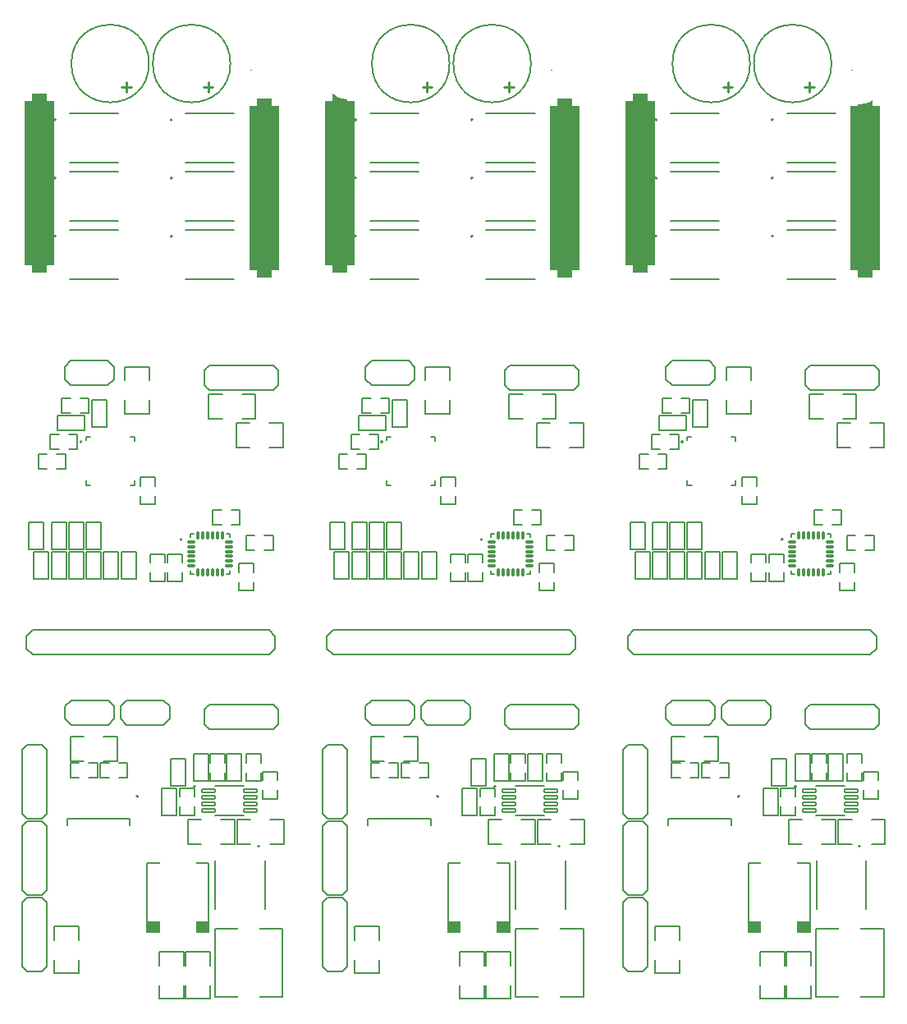
<source format=gto>
%TF.GenerationSoftware,KiCad,Pcbnew,6.0.4-6f826c9f35~116~ubuntu20.04.1*%
%TF.CreationDate,2022-04-22T17:02:12+02:00*%
%TF.ProjectId,crawl_esc_pan,63726177-6c5f-4657-9363-5f70616e2e6b,rev?*%
%TF.SameCoordinates,Original*%
%TF.FileFunction,Legend,Top*%
%TF.FilePolarity,Positive*%
%FSLAX46Y46*%
G04 Gerber Fmt 4.6, Leading zero omitted, Abs format (unit mm)*
G04 Created by KiCad (PCBNEW 6.0.4-6f826c9f35~116~ubuntu20.04.1) date 2022-04-22 17:02:12*
%MOMM*%
%LPD*%
G01*
G04 APERTURE LIST*
G04 Aperture macros list*
%AMRoundRect*
0 Rectangle with rounded corners*
0 $1 Rounding radius*
0 $2 $3 $4 $5 $6 $7 $8 $9 X,Y pos of 4 corners*
0 Add a 4 corners polygon primitive as box body*
4,1,4,$2,$3,$4,$5,$6,$7,$8,$9,$2,$3,0*
0 Add four circle primitives for the rounded corners*
1,1,$1+$1,$2,$3*
1,1,$1+$1,$4,$5*
1,1,$1+$1,$6,$7*
1,1,$1+$1,$8,$9*
0 Add four rect primitives between the rounded corners*
20,1,$1+$1,$2,$3,$4,$5,0*
20,1,$1+$1,$4,$5,$6,$7,0*
20,1,$1+$1,$6,$7,$8,$9,0*
20,1,$1+$1,$8,$9,$2,$3,0*%
G04 Aperture macros list end*
%ADD10C,0.000000*%
%ADD11C,0.150000*%
%ADD12C,0.200000*%
%ADD13C,0.127000*%
%ADD14C,0.254000*%
%ADD15O,4.300000X3.500000*%
%ADD16R,1.016000X0.762000*%
%ADD17C,0.500000*%
%ADD18R,2.006600X1.193800*%
%ADD19R,1.600200X1.600200*%
%ADD20C,1.600200*%
%ADD21C,4.000000*%
%ADD22R,0.762000X1.016000*%
%ADD23R,1.450000X0.850000*%
%ADD24R,1.050000X0.850000*%
%ADD25R,3.750000X4.700000*%
%ADD26R,2.000000X2.000000*%
%ADD27C,2.000000*%
%ADD28R,0.600000X0.300000*%
%ADD29R,0.300000X0.600000*%
%ADD30R,3.450000X3.450000*%
%ADD31RoundRect,0.060000X-0.675000X-0.180000X0.675000X-0.180000X0.675000X0.180000X-0.675000X0.180000X0*%
%ADD32R,1.425000X1.760000*%
%ADD33R,1.193800X2.006600*%
%ADD34R,1.600000X3.000000*%
%ADD35R,6.700000X6.700000*%
%ADD36R,3.810000X2.794000*%
%ADD37RoundRect,0.067500X-0.347500X-0.067500X0.347500X-0.067500X0.347500X0.067500X-0.347500X0.067500X0*%
%ADD38RoundRect,0.067500X0.067500X-0.347500X0.067500X0.347500X-0.067500X0.347500X-0.067500X-0.347500X0*%
%ADD39RoundRect,0.067500X0.347500X0.067500X-0.347500X0.067500X-0.347500X-0.067500X0.347500X-0.067500X0*%
%ADD40RoundRect,0.067500X-0.067500X0.347500X-0.067500X-0.347500X0.067500X-0.347500X0.067500X0.347500X0*%
%ADD41R,2.700000X2.700000*%
%ADD42RoundRect,0.750000X-0.750000X-8.500000X0.750000X-8.500000X0.750000X8.500000X-0.750000X8.500000X0*%
%ADD43R,0.850000X1.450000*%
%ADD44R,0.850000X1.050000*%
%ADD45R,4.700000X3.750000*%
%ADD46R,2.200000X2.700000*%
G04 APERTURE END LIST*
D10*
G36*
X143374769Y-139558488D02*
G01*
X137024769Y-139558488D01*
X137024769Y-138415488D01*
X143374769Y-138415488D01*
X143374769Y-139558488D01*
G37*
G36*
X141723723Y-140193869D02*
G01*
X138675723Y-140193869D01*
X138675723Y-139558869D01*
X141723723Y-139558869D01*
X141723723Y-140193869D01*
G37*
G36*
X110723723Y-140193869D02*
G01*
X107675723Y-140193869D01*
X107675723Y-139558869D01*
X110723723Y-139558869D01*
X110723723Y-140193869D01*
G37*
G36*
X110723710Y-132448080D02*
G01*
X107675710Y-132448080D01*
X107675710Y-131813080D01*
X110723710Y-131813080D01*
X110723710Y-132448080D01*
G37*
G36*
X112374769Y-139558488D02*
G01*
X106024769Y-139558488D01*
X106024769Y-138415488D01*
X112374769Y-138415488D01*
X112374769Y-139558488D01*
G37*
G36*
X79723710Y-132448080D02*
G01*
X76675710Y-132448080D01*
X76675710Y-131813080D01*
X79723710Y-131813080D01*
X79723710Y-132448080D01*
G37*
G36*
X79723723Y-140193869D02*
G01*
X76675723Y-140193869D01*
X76675723Y-139558869D01*
X79723723Y-139558869D01*
X79723723Y-140193869D01*
G37*
G36*
X81374769Y-139558488D02*
G01*
X75024769Y-139558488D01*
X75024769Y-138415488D01*
X81374769Y-138415488D01*
X81374769Y-139558488D01*
G37*
G36*
X141723710Y-132448080D02*
G01*
X138675710Y-132448080D01*
X138675710Y-131813080D01*
X141723710Y-131813080D01*
X141723710Y-132448080D01*
G37*
D11*
%TO.C,*%
%TO.C,TP3*%
X108201100Y-69068597D02*
G75*
G03*
X108201100Y-69068597I-1700000J0D01*
G01*
D12*
%TO.C,C14*%
X85958516Y-102455672D02*
X85958516Y-101566672D01*
X84434516Y-102455672D02*
X84434516Y-101566672D01*
X84434516Y-104360672D02*
X84434516Y-103471672D01*
X84434516Y-101566672D02*
X85958516Y-101566672D01*
X85958516Y-104360672D02*
X85958516Y-103471672D01*
X84434516Y-104360672D02*
X85958516Y-104360672D01*
%TO.C,R3*%
X107538644Y-127500376D02*
X107538644Y-124706376D01*
X107538644Y-124706376D02*
X109062644Y-124706376D01*
X107538644Y-127500376D02*
X109062644Y-127500376D01*
X109062644Y-127500376D02*
X109062644Y-124706376D01*
%TO.C,C8*%
X74334516Y-92666672D02*
X75858516Y-92666672D01*
X74334516Y-95460672D02*
X74334516Y-94571672D01*
X75858516Y-93555672D02*
X75858516Y-92666672D01*
X74334516Y-95460672D02*
X75858516Y-95460672D01*
X75858516Y-95460672D02*
X75858516Y-94571672D01*
X74334516Y-93555672D02*
X74334516Y-92666672D01*
%TO.C,C11*%
X129970642Y-143816378D02*
X129970642Y-142419378D01*
X127430642Y-140387378D02*
X127430642Y-138990378D01*
X129970642Y-140387378D02*
X129970642Y-138990378D01*
X127430642Y-143816378D02*
X127430642Y-142419378D01*
X127430642Y-138990378D02*
X129970642Y-138990378D01*
X127430642Y-143816378D02*
X129970642Y-143816378D01*
D13*
%TO.C,ST2*%
X62577100Y-110338597D02*
X63212100Y-110973597D01*
X63212100Y-108433597D02*
X87596100Y-108433597D01*
X63212100Y-110973597D02*
X87596100Y-110973597D01*
X62577100Y-109068597D02*
X63212100Y-108433597D01*
X87596100Y-108433597D02*
X88231100Y-109068597D01*
X62577100Y-110338597D02*
X62577100Y-109068597D01*
X88231100Y-110338597D02*
X88231100Y-109068597D01*
X87596100Y-110973597D02*
X88231100Y-110338597D01*
D12*
%TO.C,C12*%
X72997642Y-123665376D02*
X72997642Y-122141376D01*
X72108642Y-123665376D02*
X72997642Y-123665376D01*
X70203642Y-123665376D02*
X70203642Y-122141376D01*
X72108642Y-122141376D02*
X72997642Y-122141376D01*
X70203642Y-122141376D02*
X71092642Y-122141376D01*
X70203642Y-123665376D02*
X71092642Y-123665376D01*
D13*
%TO.C,Q1*%
X79001100Y-72253597D02*
X84001100Y-72253597D01*
X79001100Y-67153597D02*
X84001100Y-67153597D01*
D12*
X77601100Y-67803599D02*
G75*
G03*
X77601100Y-67803599I-100000J0D01*
G01*
%TO.C,C8*%
X141862642Y-127500376D02*
X141862642Y-126611376D01*
X140338642Y-125595376D02*
X140338642Y-124706376D01*
X141862642Y-125595376D02*
X141862642Y-124706376D01*
X140338642Y-124706376D02*
X141862642Y-124706376D01*
X140338642Y-127500376D02*
X140338642Y-126611376D01*
X140338642Y-127500376D02*
X141862642Y-127500376D01*
%TO.C,C10*%
X128199516Y-86025672D02*
X128199516Y-84501672D01*
X128199516Y-86025672D02*
X129088516Y-86025672D01*
X130104516Y-86025672D02*
X130993516Y-86025672D01*
X130104516Y-84501672D02*
X130993516Y-84501672D01*
X130993516Y-86025672D02*
X130993516Y-84501672D01*
X128199516Y-84501672D02*
X129088516Y-84501672D01*
%TO.C,C1*%
X150462644Y-125800376D02*
X150462644Y-124911376D01*
X150462644Y-123895376D02*
X150462644Y-123006376D01*
X148938644Y-123895376D02*
X148938644Y-123006376D01*
X148938644Y-125800376D02*
X150462644Y-125800376D01*
X148938644Y-123006376D02*
X150462644Y-123006376D01*
X148938644Y-125800376D02*
X148938644Y-124911376D01*
D13*
%TO.C,ST5*%
X62130644Y-136501376D02*
X62638644Y-135993376D01*
X64162644Y-143613376D02*
X64670644Y-143105376D01*
X62638644Y-143613376D02*
X64162644Y-143613376D01*
X62130644Y-143105376D02*
X62638644Y-143613376D01*
X62130644Y-143105376D02*
X62130644Y-136501376D01*
X64670644Y-143105376D02*
X64670644Y-136501376D01*
X62638644Y-135993376D02*
X64162644Y-135993376D01*
X64162644Y-135993376D02*
X64670644Y-136501376D01*
D11*
%TO.C,TP3*%
X139201100Y-69068597D02*
G75*
G03*
X139201100Y-69068597I-1700000J0D01*
G01*
D12*
%TO.C,C12*%
X139134515Y-103360672D02*
X139134515Y-102471672D01*
X139134515Y-101455672D02*
X139134515Y-100566672D01*
X140658515Y-103360672D02*
X140658515Y-102471672D01*
X139134515Y-100566672D02*
X140658515Y-100566672D01*
X139134515Y-103360672D02*
X140658515Y-103360672D01*
X140658515Y-101455672D02*
X140658515Y-100566672D01*
%TO.C,C7*%
X66942516Y-89725672D02*
X67831516Y-89725672D01*
X65037516Y-89725672D02*
X65037516Y-88201672D01*
X67831516Y-89725672D02*
X67831516Y-88201672D01*
X65037516Y-89725672D02*
X65926516Y-89725672D01*
X65037516Y-88201672D02*
X65926516Y-88201672D01*
X66942516Y-88201672D02*
X67831516Y-88201672D01*
D13*
%TO.C,ST1*%
X88028517Y-83673599D02*
X88536517Y-83165599D01*
X80916517Y-83165599D02*
X81424517Y-83673599D01*
X81424517Y-83673599D02*
X88028517Y-83673599D01*
X81424517Y-81133599D02*
X88028517Y-81133599D01*
X88028517Y-81133599D02*
X88536517Y-81641599D01*
X88536517Y-83165599D02*
X88536517Y-81641599D01*
X80916517Y-83165599D02*
X80916517Y-81641599D01*
X80916517Y-81641599D02*
X81424517Y-81133599D01*
D12*
%TO.C,C16*%
X81799517Y-97525672D02*
X82688517Y-97525672D01*
X81799517Y-97525672D02*
X81799517Y-96001672D01*
X83704517Y-96001672D02*
X84593517Y-96001672D01*
X83704517Y-97525672D02*
X84593517Y-97525672D01*
X81799517Y-96001672D02*
X82688517Y-96001672D01*
X84593517Y-97525672D02*
X84593517Y-96001672D01*
%TO.C,C17*%
X107230644Y-146416378D02*
X107230644Y-145019378D01*
X107230644Y-142987378D02*
X107230644Y-141590378D01*
X109770644Y-146416378D02*
X109770644Y-145019378D01*
X109770644Y-142987378D02*
X109770644Y-141590378D01*
X107230644Y-146416378D02*
X109770644Y-146416378D01*
X107230644Y-141590378D02*
X109770644Y-141590378D01*
%TO.C,R3*%
X76538644Y-124706376D02*
X78062644Y-124706376D01*
X76538644Y-127500376D02*
X78062644Y-127500376D01*
X76538644Y-127500376D02*
X76538644Y-124706376D01*
X78062644Y-127500376D02*
X78062644Y-124706376D01*
%TO.C,R12*%
X68734517Y-100366670D02*
X70258517Y-100366670D01*
X68734517Y-103160670D02*
X70258517Y-103160670D01*
X70258517Y-103160670D02*
X70258517Y-100366670D01*
X68734517Y-103160670D02*
X68734517Y-100366670D01*
D13*
%TO.C,IC2*%
X73696516Y-93463671D02*
X73696516Y-92948671D01*
X68696516Y-88858671D02*
X68696516Y-88463671D01*
X73261516Y-88463671D02*
X73696516Y-88463671D01*
X68696516Y-88463671D02*
X69111516Y-88463671D01*
X68696516Y-93463671D02*
X69171516Y-93463671D01*
X73271516Y-93463671D02*
X73696516Y-93463671D01*
X68696516Y-93463671D02*
X68696516Y-93008671D01*
X73696516Y-88918671D02*
X73696516Y-88463671D01*
D12*
X68301100Y-89003599D02*
G75*
G03*
X68301100Y-89003599I-100000J0D01*
G01*
%TO.C,C16*%
X81470644Y-142987378D02*
X81470644Y-141590378D01*
X78930644Y-146416378D02*
X81470644Y-146416378D01*
X78930644Y-142987378D02*
X78930644Y-141590378D01*
X78930644Y-146416378D02*
X78930644Y-145019378D01*
X81470644Y-146416378D02*
X81470644Y-145019378D01*
X78930644Y-141590378D02*
X81470644Y-141590378D01*
D13*
%TO.C,IC2*%
X113000642Y-127538380D02*
X116000642Y-127538380D01*
X113000642Y-124468378D02*
X116000642Y-124468378D01*
D12*
X110980642Y-124548378D02*
G75*
G03*
X110980642Y-124548378I-100000J0D01*
G01*
D13*
%TO.C,ST3*%
X93638644Y-127853378D02*
X95162644Y-127853378D01*
X95162644Y-120233378D02*
X95670644Y-120741378D01*
X93130644Y-127345378D02*
X93130644Y-120741378D01*
X95670644Y-127345378D02*
X95670644Y-120741378D01*
X93130644Y-127345378D02*
X93638644Y-127853378D01*
X93638644Y-120233378D02*
X95162644Y-120233378D01*
X93130644Y-120741378D02*
X93638644Y-120233378D01*
X95162644Y-127853378D02*
X95670644Y-127345378D01*
D12*
%TO.C,C2*%
X146784274Y-86673597D02*
X148181274Y-86673597D01*
X148181274Y-86673597D02*
X148181274Y-84133597D01*
X143355274Y-86673597D02*
X144752274Y-86673597D01*
X143355274Y-84133597D02*
X144752274Y-84133597D01*
X146784274Y-84133597D02*
X148181274Y-84133597D01*
X143355274Y-86673597D02*
X143355274Y-84133597D01*
%TO.C,R12*%
X132258517Y-103160670D02*
X132258517Y-100366670D01*
X130734517Y-100366670D02*
X132258517Y-100366670D01*
X130734517Y-103160670D02*
X132258517Y-103160670D01*
X130734517Y-103160670D02*
X130734517Y-100366670D01*
D13*
%TO.C,IC1*%
X135250645Y-128539376D02*
X135250645Y-127903378D01*
X128750642Y-127903378D02*
X135250645Y-127903378D01*
X128750642Y-128539376D02*
X128750642Y-127903378D01*
D12*
X136100642Y-125553376D02*
G75*
G03*
X136100642Y-125553376I-100000J0D01*
G01*
%TO.C,C12*%
X103108642Y-123665376D02*
X103997642Y-123665376D01*
X101203642Y-123665376D02*
X102092642Y-123665376D01*
X101203642Y-123665376D02*
X101203642Y-122141376D01*
X103997642Y-123665376D02*
X103997642Y-122141376D01*
X101203642Y-122141376D02*
X102092642Y-122141376D01*
X103108642Y-122141376D02*
X103997642Y-122141376D01*
D11*
%TO.C,TP1*%
X87801100Y-52403599D02*
G75*
G03*
X87801100Y-52403599I-1700000J0D01*
G01*
D12*
%TO.C,R1*%
X96799516Y-87825671D02*
X99593516Y-87825671D01*
X99593516Y-87825671D02*
X99593516Y-86301671D01*
X96799516Y-86301671D02*
X99593516Y-86301671D01*
X96799516Y-87825671D02*
X96799516Y-86301671D01*
D13*
%TO.C,ST1*%
X142916644Y-118165378D02*
X143424644Y-118673378D01*
X142916644Y-118165378D02*
X142916644Y-116641378D01*
X142916644Y-116641378D02*
X143424644Y-116133378D01*
X150028644Y-116133378D02*
X150536644Y-116641378D01*
X143424644Y-116133378D02*
X150028644Y-116133378D01*
X150028644Y-118673378D02*
X150536644Y-118165378D01*
X143424644Y-118673378D02*
X150028644Y-118673378D01*
X150536644Y-118165378D02*
X150536644Y-116641378D01*
%TO.C,D1*%
X137025642Y-139559376D02*
X137025642Y-132447376D01*
X143375642Y-139559376D02*
X143375642Y-132447376D01*
X137025642Y-132447376D02*
X143375642Y-132447376D01*
X137025642Y-139559376D02*
X143375642Y-139559376D01*
D12*
%TO.C,C9*%
X96704515Y-91825671D02*
X97593515Y-91825671D01*
X97593515Y-91825671D02*
X97593515Y-90301671D01*
X94799515Y-90301671D02*
X95688515Y-90301671D01*
X94799515Y-91825671D02*
X94799515Y-90301671D01*
X96704515Y-90301671D02*
X97593515Y-90301671D01*
X94799515Y-91825671D02*
X95688515Y-91825671D01*
%TO.C,C14*%
X115434516Y-102455672D02*
X115434516Y-101566672D01*
X115434516Y-104360672D02*
X115434516Y-103471672D01*
X116958516Y-104360672D02*
X116958516Y-103471672D01*
X115434516Y-104360672D02*
X116958516Y-104360672D01*
X116958516Y-102455672D02*
X116958516Y-101566672D01*
X115434516Y-101566672D02*
X116958516Y-101566672D01*
D13*
%TO.C,IC3*%
X145536517Y-102603673D02*
X145536517Y-102263671D01*
X141456515Y-102603673D02*
X141796517Y-102603673D01*
X141456515Y-98863673D02*
X141456515Y-98523671D01*
X145196515Y-102603673D02*
X145536517Y-102603673D01*
X141456515Y-98523671D02*
X141796517Y-98523671D01*
X141456515Y-102603673D02*
X141456515Y-102263671D01*
X145536517Y-98863673D02*
X145536517Y-98523671D01*
X145196515Y-98523671D02*
X145536517Y-98523671D01*
D12*
X140596517Y-99063673D02*
G75*
G03*
X140596517Y-99063673I-100000J0D01*
G01*
D14*
%TO.C,C1*%
X103901100Y-52903597D02*
X103901100Y-51903597D01*
X103401100Y-52403597D02*
X104401100Y-52403597D01*
D11*
X106201100Y-50003599D02*
G75*
G03*
X106201100Y-50003599I-4000000J0D01*
G01*
D12*
%TO.C,R2*%
X110838642Y-124000378D02*
X110838642Y-121206378D01*
X112362642Y-124000378D02*
X112362642Y-121206378D01*
X110838642Y-121206378D02*
X112362642Y-121206378D01*
X110838642Y-124000378D02*
X112362642Y-124000378D01*
%TO.C,R13*%
X72334515Y-100366670D02*
X73858515Y-100366670D01*
X72334515Y-103160670D02*
X73858515Y-103160670D01*
X72334515Y-103160670D02*
X72334515Y-100366670D01*
X73858515Y-103160670D02*
X73858515Y-100366670D01*
D13*
%TO.C,IC3*%
X114196515Y-98523671D02*
X114536517Y-98523671D01*
X110456515Y-98523671D02*
X110796517Y-98523671D01*
X114536517Y-98863673D02*
X114536517Y-98523671D01*
X110456515Y-102603673D02*
X110456515Y-102263671D01*
X114536517Y-102603673D02*
X114536517Y-102263671D01*
X114196515Y-102603673D02*
X114536517Y-102603673D01*
X110456515Y-102603673D02*
X110796517Y-102603673D01*
X110456515Y-98863673D02*
X110456515Y-98523671D01*
D12*
X109596517Y-99063673D02*
G75*
G03*
X109596517Y-99063673I-100000J0D01*
G01*
%TO.C,C9*%
X65704515Y-90301671D02*
X66593515Y-90301671D01*
X63799515Y-90301671D02*
X64688515Y-90301671D01*
X66593515Y-91825671D02*
X66593515Y-90301671D01*
X65704515Y-91825671D02*
X66593515Y-91825671D01*
X63799515Y-91825671D02*
X64688515Y-91825671D01*
X63799515Y-91825671D02*
X63799515Y-90301671D01*
%TO.C,R6*%
X68734517Y-100060671D02*
X68734517Y-97266671D01*
X68734517Y-100060671D02*
X70258517Y-100060671D01*
X70258517Y-100060671D02*
X70258517Y-97266671D01*
X68734517Y-97266671D02*
X70258517Y-97266671D01*
%TO.C,C16*%
X114704517Y-96001672D02*
X115593517Y-96001672D01*
X112799517Y-97525672D02*
X112799517Y-96001672D01*
X112799517Y-96001672D02*
X113688517Y-96001672D01*
X114704517Y-97525672D02*
X115593517Y-97525672D01*
X112799517Y-97525672D02*
X113688517Y-97525672D01*
X115593517Y-97525672D02*
X115593517Y-96001672D01*
%TO.C,C7*%
X86762642Y-124000378D02*
X86762642Y-123111378D01*
X85238642Y-124000378D02*
X86762642Y-124000378D01*
X85238642Y-122095378D02*
X85238642Y-121206378D01*
X85238642Y-121206378D02*
X86762642Y-121206378D01*
X86762642Y-122095378D02*
X86762642Y-121206378D01*
X85238642Y-124000378D02*
X85238642Y-123111378D01*
D13*
%TO.C,ST2*%
X97526642Y-117543378D02*
X98161642Y-118178378D01*
X101971642Y-115638378D02*
X102606642Y-116273378D01*
X98161642Y-118178378D02*
X101971642Y-118178378D01*
X97526642Y-116273378D02*
X98161642Y-115638378D01*
X101971642Y-118178378D02*
X102606642Y-117543378D01*
X98161642Y-115638378D02*
X101971642Y-115638378D01*
X97526642Y-117543378D02*
X97526642Y-116273378D01*
X102606642Y-117543378D02*
X102606642Y-116273378D01*
%TO.C,IC2*%
X82000642Y-124468378D02*
X85000642Y-124468378D01*
X82000642Y-127538380D02*
X85000642Y-127538380D01*
D12*
X79980642Y-124548378D02*
G75*
G03*
X79980642Y-124548378I-100000J0D01*
G01*
D13*
%TO.C,ST3*%
X62130644Y-127345378D02*
X62130644Y-120741378D01*
X62130644Y-127345378D02*
X62638644Y-127853378D01*
X62638644Y-120233378D02*
X64162644Y-120233378D01*
X64670644Y-127345378D02*
X64670644Y-120741378D01*
X64162644Y-120233378D02*
X64670644Y-120741378D01*
X62638644Y-127853378D02*
X64162644Y-127853378D01*
X64162644Y-127853378D02*
X64670644Y-127345378D01*
X62130644Y-120741378D02*
X62638644Y-120233378D01*
%TO.C,Q9*%
X67001100Y-61153597D02*
X72001100Y-61153597D01*
X67001100Y-66253597D02*
X72001100Y-66253597D01*
D12*
X65601100Y-61803597D02*
G75*
G03*
X65601100Y-61803597I-100000J0D01*
G01*
D13*
%TO.C,ST1*%
X143424517Y-81133599D02*
X150028517Y-81133599D01*
X142916517Y-83165599D02*
X142916517Y-81641599D01*
X143424517Y-83673599D02*
X150028517Y-83673599D01*
X150028517Y-83673599D02*
X150536517Y-83165599D01*
X142916517Y-81641599D02*
X143424517Y-81133599D01*
X150536517Y-83165599D02*
X150536517Y-81641599D01*
X142916517Y-83165599D02*
X143424517Y-83673599D01*
X150028517Y-81133599D02*
X150536517Y-81641599D01*
D11*
%TO.C,TP1*%
X118801100Y-52403599D02*
G75*
G03*
X118801100Y-52403599I-1700000J0D01*
G01*
D12*
%TO.C,R6*%
X99734517Y-100060671D02*
X101258517Y-100060671D01*
X99734517Y-97266671D02*
X101258517Y-97266671D01*
X101258517Y-100060671D02*
X101258517Y-97266671D01*
X99734517Y-100060671D02*
X99734517Y-97266671D01*
D14*
%TO.C,C1*%
X72401100Y-52403597D02*
X73401100Y-52403597D01*
X72901100Y-52903597D02*
X72901100Y-51903597D01*
D11*
X75201100Y-50003599D02*
G75*
G03*
X75201100Y-50003599I-4000000J0D01*
G01*
D13*
%TO.C,ST2*%
X129161642Y-115638378D02*
X132971642Y-115638378D01*
X132971642Y-118178378D02*
X133606642Y-117543378D01*
X132971642Y-115638378D02*
X133606642Y-116273378D01*
X128526642Y-116273378D02*
X129161642Y-115638378D01*
X133606642Y-117543378D02*
X133606642Y-116273378D01*
X128526642Y-117543378D02*
X129161642Y-118178378D01*
X128526642Y-117543378D02*
X128526642Y-116273378D01*
X129161642Y-118178378D02*
X132971642Y-118178378D01*
%TO.C,Q9*%
X129001100Y-61153597D02*
X134001100Y-61153597D01*
X129001100Y-66253597D02*
X134001100Y-66253597D01*
D12*
X127601100Y-61803597D02*
G75*
G03*
X127601100Y-61803597I-100000J0D01*
G01*
D13*
%TO.C,IC2*%
X99696516Y-93463671D02*
X100171516Y-93463671D01*
X99696516Y-88858671D02*
X99696516Y-88463671D01*
X99696516Y-88463671D02*
X100111516Y-88463671D01*
X104696516Y-93463671D02*
X104696516Y-92948671D01*
X104696516Y-88918671D02*
X104696516Y-88463671D01*
X104271516Y-93463671D02*
X104696516Y-93463671D01*
X99696516Y-93463671D02*
X99696516Y-93008671D01*
X104261516Y-88463671D02*
X104696516Y-88463671D01*
D12*
X99301100Y-89003599D02*
G75*
G03*
X99301100Y-89003599I-100000J0D01*
G01*
%TO.C,R2*%
X79838642Y-124000378D02*
X79838642Y-121206378D01*
X81362642Y-124000378D02*
X81362642Y-121206378D01*
X79838642Y-121206378D02*
X81362642Y-121206378D01*
X79838642Y-124000378D02*
X81362642Y-124000378D01*
%TO.C,R1*%
X65799516Y-87825671D02*
X65799516Y-86301671D01*
X65799516Y-87825671D02*
X68593516Y-87825671D01*
X65799516Y-86301671D02*
X68593516Y-86301671D01*
X68593516Y-87825671D02*
X68593516Y-86301671D01*
%TO.C,C12*%
X78658515Y-101455672D02*
X78658515Y-100566672D01*
X77134515Y-100566672D02*
X78658515Y-100566672D01*
X78658515Y-103360672D02*
X78658515Y-102471672D01*
X77134515Y-101455672D02*
X77134515Y-100566672D01*
X77134515Y-103360672D02*
X77134515Y-102471672D01*
X77134515Y-103360672D02*
X78658515Y-103360672D01*
D13*
%TO.C,Q1*%
X141001100Y-67153597D02*
X146001100Y-67153597D01*
X141001100Y-72253597D02*
X146001100Y-72253597D01*
D12*
X139601100Y-67803599D02*
G75*
G03*
X139601100Y-67803599I-100000J0D01*
G01*
D13*
%TO.C,Q7*%
X67001100Y-72253597D02*
X72001100Y-72253597D01*
X67001100Y-67153597D02*
X72001100Y-67153597D01*
D12*
X65601100Y-67803599D02*
G75*
G03*
X65601100Y-67803599I-100000J0D01*
G01*
D13*
%TO.C,IC1*%
X97750642Y-128539376D02*
X97750642Y-127903378D01*
X104250645Y-128539376D02*
X104250645Y-127903378D01*
X97750642Y-127903378D02*
X104250645Y-127903378D01*
D12*
X105100642Y-125553376D02*
G75*
G03*
X105100642Y-125553376I-100000J0D01*
G01*
%TO.C,R2*%
X141838642Y-124000378D02*
X143362642Y-124000378D01*
X141838642Y-124000378D02*
X141838642Y-121206378D01*
X141838642Y-121206378D02*
X143362642Y-121206378D01*
X143362642Y-124000378D02*
X143362642Y-121206378D01*
D13*
%TO.C,Q5*%
X141001100Y-55153599D02*
X146001100Y-55153599D01*
X141001100Y-60253599D02*
X146001100Y-60253599D01*
D12*
X139601100Y-55803600D02*
G75*
G03*
X139601100Y-55803600I-100000J0D01*
G01*
%TO.C,C13*%
X129103644Y-122141376D02*
X129992644Y-122141376D01*
X131897644Y-123665376D02*
X131897644Y-122141376D01*
X131008644Y-122141376D02*
X131897644Y-122141376D01*
X131008644Y-123665376D02*
X131897644Y-123665376D01*
X129103644Y-123665376D02*
X129992644Y-123665376D01*
X129103644Y-123665376D02*
X129103644Y-122141376D01*
X98103644Y-123665376D02*
X98992644Y-123665376D01*
X100897644Y-123665376D02*
X100897644Y-122141376D01*
X98103644Y-122141376D02*
X98992644Y-122141376D01*
X100008644Y-122141376D02*
X100897644Y-122141376D01*
X98103644Y-123665376D02*
X98103644Y-122141376D01*
X100008644Y-123665376D02*
X100897644Y-123665376D01*
D11*
%TO.C,TP5*%
X77201100Y-57068599D02*
G75*
G03*
X77201100Y-57068599I-1700000J0D01*
G01*
D12*
%TO.C,C3*%
X76858516Y-101455672D02*
X76858516Y-100566672D01*
X75334516Y-103360672D02*
X76858516Y-103360672D01*
X75334516Y-100566672D02*
X76858516Y-100566672D01*
X75334516Y-103360672D02*
X75334516Y-102471672D01*
X76858516Y-103360672D02*
X76858516Y-102471672D01*
X75334516Y-101455672D02*
X75334516Y-100566672D01*
%TO.C,C5*%
X106271100Y-82687599D02*
X106271100Y-81290599D01*
X103731100Y-82687599D02*
X103731100Y-81290599D01*
X103731100Y-86116599D02*
X103731100Y-84719599D01*
X103731100Y-86116599D02*
X106271100Y-86116599D01*
X106271100Y-86116599D02*
X106271100Y-84719599D01*
X103731100Y-81290599D02*
X106271100Y-81290599D01*
D13*
%TO.C,Q2*%
X118150642Y-137203376D02*
X118150642Y-132203376D01*
X113050642Y-137203376D02*
X113050642Y-132203376D01*
D12*
X117600642Y-130703376D02*
G75*
G03*
X117600642Y-130703376I-100000J0D01*
G01*
D11*
%TO.C,TP2*%
X128601100Y-51903597D02*
G75*
G03*
X128601100Y-51903597I-1700000J0D01*
G01*
%TO.C,TP4*%
X108201100Y-63068597D02*
G75*
G03*
X108201100Y-63068597I-1700000J0D01*
G01*
D13*
%TO.C,Q5*%
X110001100Y-55153599D02*
X115001100Y-55153599D01*
X110001100Y-60253599D02*
X115001100Y-60253599D01*
D12*
X108601100Y-55803600D02*
G75*
G03*
X108601100Y-55803600I-100000J0D01*
G01*
D13*
%TO.C,ST6*%
X103260644Y-117538376D02*
X103260644Y-116268376D01*
X107705644Y-118173376D02*
X108340644Y-117538376D01*
X107705644Y-115633376D02*
X108340644Y-116268376D01*
X103260644Y-116268376D02*
X103895644Y-115633376D01*
X108340644Y-117538376D02*
X108340644Y-116268376D01*
X103895644Y-115633376D02*
X107705644Y-115633376D01*
X103260644Y-117538376D02*
X103895644Y-118173376D01*
X103895644Y-118173376D02*
X107705644Y-118173376D01*
D11*
%TO.C,TP2*%
X66601100Y-51903597D02*
G75*
G03*
X66601100Y-51903597I-1700000J0D01*
G01*
D13*
%TO.C,ST3*%
X102606416Y-82543502D02*
X102606416Y-81273502D01*
X98161416Y-80638502D02*
X101971416Y-80638502D01*
X97526416Y-82543502D02*
X97526416Y-81273502D01*
X98161416Y-83178502D02*
X101971416Y-83178502D01*
X97526416Y-81273502D02*
X98161416Y-80638502D01*
X101971416Y-83178502D02*
X102606416Y-82543502D01*
X101971416Y-80638502D02*
X102606416Y-81273502D01*
X97526416Y-82543502D02*
X98161416Y-83178502D01*
D12*
%TO.C,C1*%
X120014100Y-89573597D02*
X120014100Y-87033597D01*
X115188100Y-87033597D02*
X116585100Y-87033597D01*
X115188100Y-89573597D02*
X116585100Y-89573597D01*
X118617100Y-89573597D02*
X120014100Y-89573597D01*
X115188100Y-89573597D02*
X115188100Y-87033597D01*
X118617100Y-87033597D02*
X120014100Y-87033597D01*
D11*
%TO.C,TP4*%
X77201100Y-63068597D02*
G75*
G03*
X77201100Y-63068597I-1700000J0D01*
G01*
D12*
%TO.C,R12*%
X101258517Y-103160670D02*
X101258517Y-100366670D01*
X99734517Y-100366670D02*
X101258517Y-100366670D01*
X99734517Y-103160670D02*
X99734517Y-100366670D01*
X99734517Y-103160670D02*
X101258517Y-103160670D01*
%TO.C,C6*%
X79187642Y-130473376D02*
X79187642Y-127933376D01*
X79187642Y-127933376D02*
X80584642Y-127933376D01*
X82616642Y-130473376D02*
X84013642Y-130473376D01*
X82616642Y-127933376D02*
X84013642Y-127933376D01*
X84013642Y-130473376D02*
X84013642Y-127933376D01*
X79187642Y-130473376D02*
X80584642Y-130473376D01*
D13*
%TO.C,IC2*%
X144000642Y-127538380D02*
X147000642Y-127538380D01*
X144000642Y-124468378D02*
X147000642Y-124468378D01*
D12*
X141980642Y-124548378D02*
G75*
G03*
X141980642Y-124548378I-100000J0D01*
G01*
%TO.C,C1*%
X84188100Y-89573597D02*
X85585100Y-89573597D01*
X87617100Y-89573597D02*
X89014100Y-89573597D01*
X87617100Y-87033597D02*
X89014100Y-87033597D01*
X89014100Y-89573597D02*
X89014100Y-87033597D01*
X84188100Y-89573597D02*
X84188100Y-87033597D01*
X84188100Y-87033597D02*
X85585100Y-87033597D01*
D13*
%TO.C,Q5*%
X79001100Y-55153599D02*
X84001100Y-55153599D01*
X79001100Y-60253599D02*
X84001100Y-60253599D01*
D12*
X77601100Y-55803600D02*
G75*
G03*
X77601100Y-55803600I-100000J0D01*
G01*
%TO.C,C10*%
X66199516Y-86025672D02*
X67088516Y-86025672D01*
X68104516Y-84501672D02*
X68993516Y-84501672D01*
X68104516Y-86025672D02*
X68993516Y-86025672D01*
X66199516Y-86025672D02*
X66199516Y-84501672D01*
X68993516Y-86025672D02*
X68993516Y-84501672D01*
X66199516Y-84501672D02*
X67088516Y-84501672D01*
%TO.C,C16*%
X145704517Y-96001672D02*
X146593517Y-96001672D01*
X146593517Y-97525672D02*
X146593517Y-96001672D01*
X143799517Y-97525672D02*
X143799517Y-96001672D01*
X143799517Y-96001672D02*
X144688517Y-96001672D01*
X145704517Y-97525672D02*
X146593517Y-97525672D01*
X143799517Y-97525672D02*
X144688517Y-97525672D01*
%TO.C,C1*%
X117938644Y-123895376D02*
X117938644Y-123006376D01*
X119462644Y-125800376D02*
X119462644Y-124911376D01*
X117938644Y-125800376D02*
X119462644Y-125800376D01*
X117938644Y-123006376D02*
X119462644Y-123006376D01*
X117938644Y-125800376D02*
X117938644Y-124911376D01*
X119462644Y-123895376D02*
X119462644Y-123006376D01*
D13*
%TO.C,ST2*%
X149596100Y-108433597D02*
X150231100Y-109068597D01*
X125212100Y-110973597D02*
X149596100Y-110973597D01*
X125212100Y-108433597D02*
X149596100Y-108433597D01*
X124577100Y-110338597D02*
X125212100Y-110973597D01*
X124577100Y-110338597D02*
X124577100Y-109068597D01*
X150231100Y-110338597D02*
X150231100Y-109068597D01*
X124577100Y-109068597D02*
X125212100Y-108433597D01*
X149596100Y-110973597D02*
X150231100Y-110338597D01*
D14*
%TO.C,C1*%
X134901100Y-52903597D02*
X134901100Y-51903597D01*
X134401100Y-52403597D02*
X135401100Y-52403597D01*
D11*
X137201100Y-50003599D02*
G75*
G03*
X137201100Y-50003599I-4000000J0D01*
G01*
D12*
%TO.C,R8*%
X97934515Y-97266671D02*
X99458515Y-97266671D01*
X99458515Y-100060671D02*
X99458515Y-97266671D01*
X97934515Y-100060671D02*
X97934515Y-97266671D01*
X97934515Y-100060671D02*
X99458515Y-100060671D01*
D13*
%TO.C,ST6*%
X134260644Y-117538376D02*
X134260644Y-116268376D01*
X134895644Y-118173376D02*
X138705644Y-118173376D01*
X138705644Y-118173376D02*
X139340644Y-117538376D01*
X134260644Y-117538376D02*
X134895644Y-118173376D01*
X134895644Y-115633376D02*
X138705644Y-115633376D01*
X139340644Y-117538376D02*
X139340644Y-116268376D01*
X134260644Y-116268376D02*
X134895644Y-115633376D01*
X138705644Y-115633376D02*
X139340644Y-116268376D01*
%TO.C,Q7*%
X98001100Y-67153597D02*
X103001100Y-67153597D01*
X98001100Y-72253597D02*
X103001100Y-72253597D01*
D12*
X96601100Y-67803599D02*
G75*
G03*
X96601100Y-67803599I-100000J0D01*
G01*
D13*
%TO.C,ST2*%
X94212100Y-108433597D02*
X118596100Y-108433597D01*
X93577100Y-110338597D02*
X94212100Y-110973597D01*
X118596100Y-110973597D02*
X119231100Y-110338597D01*
X93577100Y-110338597D02*
X93577100Y-109068597D01*
X118596100Y-108433597D02*
X119231100Y-109068597D01*
X94212100Y-110973597D02*
X118596100Y-110973597D01*
X119231100Y-110338597D02*
X119231100Y-109068597D01*
X93577100Y-109068597D02*
X94212100Y-108433597D01*
%TO.C,Q3*%
X110001100Y-61153597D02*
X115001100Y-61153597D01*
X110001100Y-66253597D02*
X115001100Y-66253597D01*
D12*
X108601100Y-61803597D02*
G75*
G03*
X108601100Y-61803597I-100000J0D01*
G01*
%TO.C,C2*%
X81538642Y-124000378D02*
X83062642Y-124000378D01*
X81538642Y-122095378D02*
X81538642Y-121206378D01*
X81538642Y-124000378D02*
X81538642Y-123111378D01*
X81538642Y-121206378D02*
X83062642Y-121206378D01*
X83062642Y-124000378D02*
X83062642Y-123111378D01*
X83062642Y-122095378D02*
X83062642Y-121206378D01*
D13*
%TO.C,ST4*%
X64162644Y-135713376D02*
X64670644Y-135205376D01*
X64670644Y-135205376D02*
X64670644Y-128601376D01*
X62130644Y-135205376D02*
X62130644Y-128601376D01*
X62130644Y-128601376D02*
X62638644Y-128093376D01*
X62638644Y-128093376D02*
X64162644Y-128093376D01*
X62638644Y-135713376D02*
X64162644Y-135713376D01*
X62130644Y-135205376D02*
X62638644Y-135713376D01*
X64162644Y-128093376D02*
X64670644Y-128601376D01*
D12*
%TO.C,C2*%
X143538642Y-124000378D02*
X145062642Y-124000378D01*
X143538642Y-122095378D02*
X143538642Y-121206378D01*
X145062642Y-124000378D02*
X145062642Y-123111378D01*
X145062642Y-122095378D02*
X145062642Y-121206378D01*
X143538642Y-121206378D02*
X145062642Y-121206378D01*
X143538642Y-124000378D02*
X143538642Y-123111378D01*
D13*
%TO.C,ST1*%
X111916644Y-118165378D02*
X111916644Y-116641378D01*
X119028644Y-116133378D02*
X119536644Y-116641378D01*
X112424644Y-116133378D02*
X119028644Y-116133378D01*
X112424644Y-118673378D02*
X119028644Y-118673378D01*
X119536644Y-118165378D02*
X119536644Y-116641378D01*
X111916644Y-118165378D02*
X112424644Y-118673378D01*
X119028644Y-118673378D02*
X119536644Y-118165378D01*
X111916644Y-116641378D02*
X112424644Y-116133378D01*
D12*
%TO.C,C17*%
X76230644Y-146416378D02*
X76230644Y-145019378D01*
X76230644Y-141590378D02*
X78770644Y-141590378D01*
X76230644Y-146416378D02*
X78770644Y-146416378D01*
X76230644Y-142987378D02*
X76230644Y-141590378D01*
X78770644Y-142987378D02*
X78770644Y-141590378D01*
X78770644Y-146416378D02*
X78770644Y-145019378D01*
%TO.C,R13*%
X104858515Y-103160670D02*
X104858515Y-100366670D01*
X103334515Y-100366670D02*
X104858515Y-100366670D01*
X103334515Y-103160670D02*
X104858515Y-103160670D01*
X103334515Y-103160670D02*
X103334515Y-100366670D01*
%TO.C,R6*%
X132258517Y-100060671D02*
X132258517Y-97266671D01*
X130734517Y-97266671D02*
X132258517Y-97266671D01*
X130734517Y-100060671D02*
X132258517Y-100060671D01*
X130734517Y-100060671D02*
X130734517Y-97266671D01*
D13*
%TO.C,Q11*%
X67001100Y-55153599D02*
X72001100Y-55153599D01*
X67001100Y-60253599D02*
X72001100Y-60253599D01*
D12*
X65601100Y-55803600D02*
G75*
G03*
X65601100Y-55803600I-100000J0D01*
G01*
%TO.C,C17*%
X138230644Y-146416378D02*
X138230644Y-145019378D01*
X140770644Y-146416378D02*
X140770644Y-145019378D01*
X140770644Y-142987378D02*
X140770644Y-141590378D01*
X138230644Y-142987378D02*
X138230644Y-141590378D01*
X138230644Y-141590378D02*
X140770644Y-141590378D01*
X138230644Y-146416378D02*
X140770644Y-146416378D01*
%TO.C,C14*%
X101516642Y-119433376D02*
X102913642Y-119433376D01*
X98087642Y-121973376D02*
X98087642Y-119433376D01*
X98087642Y-121973376D02*
X99484642Y-121973376D01*
X102913642Y-121973376D02*
X102913642Y-119433376D01*
X98087642Y-119433376D02*
X99484642Y-119433376D01*
X101516642Y-121973376D02*
X102913642Y-121973376D01*
D13*
%TO.C,D1*%
X106025642Y-139559376D02*
X106025642Y-132447376D01*
X106025642Y-132447376D02*
X112375642Y-132447376D01*
X106025642Y-139559376D02*
X112375642Y-139559376D01*
X112375642Y-139559376D02*
X112375642Y-132447376D01*
%TO.C,ST5*%
X126162644Y-143613376D02*
X126670644Y-143105376D01*
X124130644Y-143105376D02*
X124638644Y-143613376D01*
X124130644Y-136501376D02*
X124638644Y-135993376D01*
X124130644Y-143105376D02*
X124130644Y-136501376D01*
X124638644Y-143613376D02*
X126162644Y-143613376D01*
X124638644Y-135993376D02*
X126162644Y-135993376D01*
X126670644Y-143105376D02*
X126670644Y-136501376D01*
X126162644Y-135993376D02*
X126670644Y-136501376D01*
%TO.C,ST3*%
X70971416Y-83178502D02*
X71606416Y-82543502D01*
X67161416Y-83178502D02*
X70971416Y-83178502D01*
X66526416Y-81273502D02*
X67161416Y-80638502D01*
X66526416Y-82543502D02*
X66526416Y-81273502D01*
X67161416Y-80638502D02*
X70971416Y-80638502D01*
X71606416Y-82543502D02*
X71606416Y-81273502D01*
X70971416Y-80638502D02*
X71606416Y-81273502D01*
X66526416Y-82543502D02*
X67161416Y-83178502D01*
D12*
%TO.C,C7*%
X116238642Y-121206378D02*
X117762642Y-121206378D01*
X116238642Y-124000378D02*
X117762642Y-124000378D01*
X116238642Y-122095378D02*
X116238642Y-121206378D01*
X116238642Y-124000378D02*
X116238642Y-123111378D01*
X117762642Y-124000378D02*
X117762642Y-123111378D01*
X117762642Y-122095378D02*
X117762642Y-121206378D01*
D13*
%TO.C,Q11*%
X129001100Y-55153599D02*
X134001100Y-55153599D01*
X129001100Y-60253599D02*
X134001100Y-60253599D01*
D12*
X127601100Y-55803600D02*
G75*
G03*
X127601100Y-55803600I-100000J0D01*
G01*
D13*
%TO.C,ST4*%
X124638644Y-128093376D02*
X126162644Y-128093376D01*
X124130644Y-128601376D02*
X124638644Y-128093376D01*
X124130644Y-135205376D02*
X124130644Y-128601376D01*
X126670644Y-135205376D02*
X126670644Y-128601376D01*
X126162644Y-128093376D02*
X126670644Y-128601376D01*
X124638644Y-135713376D02*
X126162644Y-135713376D01*
X126162644Y-135713376D02*
X126670644Y-135205376D01*
X124130644Y-135205376D02*
X124638644Y-135713376D01*
%TO.C,ST6*%
X77340644Y-117538376D02*
X77340644Y-116268376D01*
X72260644Y-117538376D02*
X72895644Y-118173376D01*
X72895644Y-115633376D02*
X76705644Y-115633376D01*
X76705644Y-118173376D02*
X77340644Y-117538376D01*
X72260644Y-117538376D02*
X72260644Y-116268376D01*
X76705644Y-115633376D02*
X77340644Y-116268376D01*
X72260644Y-116268376D02*
X72895644Y-115633376D01*
X72895644Y-118173376D02*
X76705644Y-118173376D01*
%TO.C,Q11*%
X98001100Y-60253599D02*
X103001100Y-60253599D01*
X98001100Y-55153599D02*
X103001100Y-55153599D01*
D12*
X96601100Y-55803600D02*
G75*
G03*
X96601100Y-55803600I-100000J0D01*
G01*
%TO.C,R1*%
X145238644Y-124000378D02*
X146762644Y-124000378D01*
X145238644Y-121206378D02*
X146762644Y-121206378D01*
X145238644Y-124000378D02*
X145238644Y-121206378D01*
X146762644Y-124000378D02*
X146762644Y-121206378D01*
%TO.C,R10*%
X97658516Y-100060671D02*
X97658516Y-97266671D01*
X96134516Y-97266671D02*
X97658516Y-97266671D01*
X96134516Y-100060671D02*
X97658516Y-100060671D01*
X96134516Y-100060671D02*
X96134516Y-97266671D01*
%TO.C,R9*%
X63334515Y-103160670D02*
X63334515Y-100366670D01*
X64858515Y-103160670D02*
X64858515Y-100366670D01*
X63334515Y-103160670D02*
X64858515Y-103160670D01*
X63334515Y-100366670D02*
X64858515Y-100366670D01*
%TO.C,C5*%
X75271100Y-82687599D02*
X75271100Y-81290599D01*
X72731100Y-86116599D02*
X72731100Y-84719599D01*
X72731100Y-86116599D02*
X75271100Y-86116599D01*
X75271100Y-86116599D02*
X75271100Y-84719599D01*
X72731100Y-82687599D02*
X72731100Y-81290599D01*
X72731100Y-81290599D02*
X75271100Y-81290599D01*
%TO.C,C10*%
X97199516Y-86025672D02*
X97199516Y-84501672D01*
X99104516Y-84501672D02*
X99993516Y-84501672D01*
X99104516Y-86025672D02*
X99993516Y-86025672D01*
X97199516Y-86025672D02*
X98088516Y-86025672D01*
X97199516Y-84501672D02*
X98088516Y-84501672D01*
X99993516Y-86025672D02*
X99993516Y-84501672D01*
D13*
%TO.C,Q9*%
X98001100Y-61153597D02*
X103001100Y-61153597D01*
X98001100Y-66253597D02*
X103001100Y-66253597D01*
D12*
X96601100Y-61803597D02*
G75*
G03*
X96601100Y-61803597I-100000J0D01*
G01*
D11*
%TO.C,L1*%
X144000642Y-146203379D02*
X144000642Y-139203378D01*
X151000644Y-146203379D02*
X151000644Y-139203378D01*
X144000642Y-146203379D02*
X151000644Y-146203379D01*
X144000642Y-139203378D02*
X151000644Y-139203378D01*
D12*
%TO.C,C8*%
X109338642Y-127500376D02*
X110862642Y-127500376D01*
X110862642Y-125595376D02*
X110862642Y-124706376D01*
X110862642Y-127500376D02*
X110862642Y-126611376D01*
X109338642Y-124706376D02*
X110862642Y-124706376D01*
X109338642Y-125595376D02*
X109338642Y-124706376D01*
X109338642Y-127500376D02*
X109338642Y-126611376D01*
%TO.C,C1*%
X86938644Y-125800376D02*
X88462644Y-125800376D01*
X86938644Y-123895376D02*
X86938644Y-123006376D01*
X88462644Y-125800376D02*
X88462644Y-124911376D01*
X88462644Y-123895376D02*
X88462644Y-123006376D01*
X86938644Y-123006376D02*
X88462644Y-123006376D01*
X86938644Y-125800376D02*
X86938644Y-124911376D01*
D13*
%TO.C,IC3*%
X79456515Y-98523671D02*
X79796517Y-98523671D01*
X79456515Y-98863673D02*
X79456515Y-98523671D01*
X83536517Y-98863673D02*
X83536517Y-98523671D01*
X79456515Y-102603673D02*
X79456515Y-102263671D01*
X83196515Y-98523671D02*
X83536517Y-98523671D01*
X83536517Y-102603673D02*
X83536517Y-102263671D01*
X83196515Y-102603673D02*
X83536517Y-102603673D01*
X79456515Y-102603673D02*
X79796517Y-102603673D01*
D12*
X78596517Y-99063673D02*
G75*
G03*
X78596517Y-99063673I-100000J0D01*
G01*
%TO.C,R3*%
X62839100Y-100060671D02*
X64363100Y-100060671D01*
X62839100Y-100060671D02*
X62839100Y-97266671D01*
X62839100Y-97266671D02*
X64363100Y-97266671D01*
X64363100Y-100060671D02*
X64363100Y-97266671D01*
D14*
%TO.C,C2*%
X111801100Y-52403597D02*
X112801100Y-52403597D01*
X112301098Y-52903597D02*
X112301098Y-51903597D01*
D11*
X114601100Y-50003599D02*
G75*
G03*
X114601100Y-50003599I-4000000J0D01*
G01*
%TO.C,TP3*%
X77201100Y-69068597D02*
G75*
G03*
X77201100Y-69068597I-1700000J0D01*
G01*
D12*
%TO.C,R7*%
X128934515Y-103160670D02*
X130458515Y-103160670D01*
X128934515Y-100366670D02*
X130458515Y-100366670D01*
X128934515Y-103160670D02*
X128934515Y-100366670D01*
X130458515Y-103160670D02*
X130458515Y-100366670D01*
%TO.C,C4*%
X120113642Y-130473376D02*
X120113642Y-127933376D01*
X115287642Y-130473376D02*
X115287642Y-127933376D01*
X115287642Y-130473376D02*
X116684642Y-130473376D01*
X115287642Y-127933376D02*
X116684642Y-127933376D01*
X118716642Y-130473376D02*
X120113642Y-130473376D01*
X118716642Y-127933376D02*
X120113642Y-127933376D01*
%TO.C,C14*%
X147958516Y-102455672D02*
X147958516Y-101566672D01*
X147958516Y-104360672D02*
X147958516Y-103471672D01*
X146434516Y-104360672D02*
X147958516Y-104360672D01*
X146434516Y-101566672D02*
X147958516Y-101566672D01*
X146434516Y-102455672D02*
X146434516Y-101566672D01*
X146434516Y-104360672D02*
X146434516Y-103471672D01*
%TO.C,C6*%
X115013642Y-130473376D02*
X115013642Y-127933376D01*
X113616642Y-127933376D02*
X115013642Y-127933376D01*
X110187642Y-127933376D02*
X111584642Y-127933376D01*
X110187642Y-130473376D02*
X111584642Y-130473376D01*
X113616642Y-130473376D02*
X115013642Y-130473376D01*
X110187642Y-130473376D02*
X110187642Y-127933376D01*
D13*
%TO.C,IC2*%
X135271516Y-93463671D02*
X135696516Y-93463671D01*
X130696516Y-93463671D02*
X130696516Y-93008671D01*
X135696516Y-88918671D02*
X135696516Y-88463671D01*
X135261516Y-88463671D02*
X135696516Y-88463671D01*
X135696516Y-93463671D02*
X135696516Y-92948671D01*
X130696516Y-88463671D02*
X131111516Y-88463671D01*
X130696516Y-88858671D02*
X130696516Y-88463671D01*
X130696516Y-93463671D02*
X131171516Y-93463671D01*
D12*
X130301100Y-89003599D02*
G75*
G03*
X130301100Y-89003599I-100000J0D01*
G01*
%TO.C,R5*%
X132534516Y-100366670D02*
X134058516Y-100366670D01*
X132534516Y-103160670D02*
X132534516Y-100366670D01*
X134058516Y-103160670D02*
X134058516Y-100366670D01*
X132534516Y-103160670D02*
X134058516Y-103160670D01*
%TO.C,C12*%
X108134515Y-103360672D02*
X109658515Y-103360672D01*
X108134515Y-103360672D02*
X108134515Y-102471672D01*
X109658515Y-103360672D02*
X109658515Y-102471672D01*
X109658515Y-101455672D02*
X109658515Y-100566672D01*
X108134515Y-100566672D02*
X109658515Y-100566672D01*
X108134515Y-101455672D02*
X108134515Y-100566672D01*
%TO.C,C7*%
X148762642Y-122095378D02*
X148762642Y-121206378D01*
X147238642Y-121206378D02*
X148762642Y-121206378D01*
X147238642Y-124000378D02*
X147238642Y-123111378D01*
X148762642Y-124000378D02*
X148762642Y-123111378D01*
X147238642Y-124000378D02*
X148762642Y-124000378D01*
X147238642Y-122095378D02*
X147238642Y-121206378D01*
%TO.C,C14*%
X129087642Y-119433376D02*
X130484642Y-119433376D01*
X132516642Y-121973376D02*
X133913642Y-121973376D01*
X129087642Y-121973376D02*
X129087642Y-119433376D01*
X132516642Y-119433376D02*
X133913642Y-119433376D01*
X133913642Y-121973376D02*
X133913642Y-119433376D01*
X129087642Y-121973376D02*
X130484642Y-121973376D01*
%TO.C,C2*%
X112538642Y-122095378D02*
X112538642Y-121206378D01*
X112538642Y-124000378D02*
X114062642Y-124000378D01*
X114062642Y-124000378D02*
X114062642Y-123111378D01*
X114062642Y-122095378D02*
X114062642Y-121206378D01*
X112538642Y-124000378D02*
X112538642Y-123111378D01*
X112538642Y-121206378D02*
X114062642Y-121206378D01*
%TO.C,C12*%
X132203642Y-123665376D02*
X132203642Y-122141376D01*
X134108642Y-122141376D02*
X134997642Y-122141376D01*
X134108642Y-123665376D02*
X134997642Y-123665376D01*
X132203642Y-122141376D02*
X133092642Y-122141376D01*
X132203642Y-123665376D02*
X133092642Y-123665376D01*
X134997642Y-123665376D02*
X134997642Y-122141376D01*
%TO.C,C8*%
X137858516Y-93555672D02*
X137858516Y-92666672D01*
X136334516Y-92666672D02*
X137858516Y-92666672D01*
X136334516Y-93555672D02*
X136334516Y-92666672D01*
X137858516Y-95460672D02*
X137858516Y-94571672D01*
X136334516Y-95460672D02*
X137858516Y-95460672D01*
X136334516Y-95460672D02*
X136334516Y-94571672D01*
%TO.C,R2*%
X70858516Y-87460673D02*
X70858516Y-84666673D01*
X69334516Y-87460673D02*
X70858516Y-87460673D01*
X69334516Y-84666673D02*
X70858516Y-84666673D01*
X69334516Y-87460673D02*
X69334516Y-84666673D01*
%TO.C,R4*%
X139438642Y-121706376D02*
X140962642Y-121706376D01*
X139438642Y-124500376D02*
X140962642Y-124500376D01*
X140962642Y-124500376D02*
X140962642Y-121706376D01*
X139438642Y-124500376D02*
X139438642Y-121706376D01*
%TO.C,C4*%
X146287642Y-127933376D02*
X147684642Y-127933376D01*
X151113642Y-130473376D02*
X151113642Y-127933376D01*
X149716642Y-130473376D02*
X151113642Y-130473376D01*
X146287642Y-130473376D02*
X147684642Y-130473376D01*
X149716642Y-127933376D02*
X151113642Y-127933376D01*
X146287642Y-130473376D02*
X146287642Y-127933376D01*
%TO.C,C3*%
X106334516Y-100566672D02*
X107858516Y-100566672D01*
X106334516Y-103360672D02*
X107858516Y-103360672D01*
X107858516Y-103360672D02*
X107858516Y-102471672D01*
X106334516Y-101455672D02*
X106334516Y-100566672D01*
X107858516Y-101455672D02*
X107858516Y-100566672D01*
X106334516Y-103360672D02*
X106334516Y-102471672D01*
D13*
%TO.C,Q1*%
X110001100Y-72253597D02*
X115001100Y-72253597D01*
X110001100Y-67153597D02*
X115001100Y-67153597D01*
D12*
X108601100Y-67803599D02*
G75*
G03*
X108601100Y-67803599I-100000J0D01*
G01*
%TO.C,R13*%
X135858515Y-103160670D02*
X135858515Y-100366670D01*
X134334515Y-100366670D02*
X135858515Y-100366670D01*
X134334515Y-103160670D02*
X134334515Y-100366670D01*
X134334515Y-103160670D02*
X135858515Y-103160670D01*
%TO.C,C15*%
X149109100Y-98641597D02*
X149998100Y-98641597D01*
X147204100Y-100165597D02*
X147204100Y-98641597D01*
X149109100Y-100165597D02*
X149998100Y-100165597D01*
X147204100Y-100165597D02*
X148093100Y-100165597D01*
X147204100Y-98641597D02*
X148093100Y-98641597D01*
X149998100Y-100165597D02*
X149998100Y-98641597D01*
%TO.C,R10*%
X127134516Y-100060671D02*
X128658516Y-100060671D01*
X127134516Y-97266671D02*
X128658516Y-97266671D01*
X128658516Y-100060671D02*
X128658516Y-97266671D01*
X127134516Y-100060671D02*
X127134516Y-97266671D01*
D13*
%TO.C,Q3*%
X79001100Y-66253597D02*
X84001100Y-66253597D01*
X79001100Y-61153597D02*
X84001100Y-61153597D01*
D12*
X77601100Y-61803597D02*
G75*
G03*
X77601100Y-61803597I-100000J0D01*
G01*
%TO.C,C11*%
X67970642Y-140387378D02*
X67970642Y-138990378D01*
X65430642Y-143816378D02*
X67970642Y-143816378D01*
X67970642Y-143816378D02*
X67970642Y-142419378D01*
X65430642Y-138990378D02*
X67970642Y-138990378D01*
X65430642Y-140387378D02*
X65430642Y-138990378D01*
X65430642Y-143816378D02*
X65430642Y-142419378D01*
%TO.C,C9*%
X125799515Y-91825671D02*
X125799515Y-90301671D01*
X125799515Y-91825671D02*
X126688515Y-91825671D01*
X127704515Y-91825671D02*
X128593515Y-91825671D01*
X125799515Y-90301671D02*
X126688515Y-90301671D01*
X127704515Y-90301671D02*
X128593515Y-90301671D01*
X128593515Y-91825671D02*
X128593515Y-90301671D01*
%TO.C,R3*%
X138538644Y-127500376D02*
X138538644Y-124706376D01*
X138538644Y-127500376D02*
X140062644Y-127500376D01*
X140062644Y-127500376D02*
X140062644Y-124706376D01*
X138538644Y-124706376D02*
X140062644Y-124706376D01*
%TO.C,C15*%
X87109100Y-98641597D02*
X87998100Y-98641597D01*
X85204100Y-98641597D02*
X86093100Y-98641597D01*
X87109100Y-100165597D02*
X87998100Y-100165597D01*
X85204100Y-100165597D02*
X85204100Y-98641597D01*
X85204100Y-100165597D02*
X86093100Y-100165597D01*
X87998100Y-100165597D02*
X87998100Y-98641597D01*
%TO.C,C14*%
X67087642Y-119433376D02*
X68484642Y-119433376D01*
X70516642Y-121973376D02*
X71913642Y-121973376D01*
X67087642Y-121973376D02*
X68484642Y-121973376D01*
X67087642Y-121973376D02*
X67087642Y-119433376D01*
X71913642Y-121973376D02*
X71913642Y-119433376D01*
X70516642Y-119433376D02*
X71913642Y-119433376D01*
%TO.C,R8*%
X128934515Y-100060671D02*
X130458515Y-100060671D01*
X128934515Y-97266671D02*
X130458515Y-97266671D01*
X130458515Y-100060671D02*
X130458515Y-97266671D01*
X128934515Y-100060671D02*
X128934515Y-97266671D01*
D13*
%TO.C,ST1*%
X119028517Y-83673599D02*
X119536517Y-83165599D01*
X111916517Y-83165599D02*
X112424517Y-83673599D01*
X111916517Y-81641599D02*
X112424517Y-81133599D01*
X119536517Y-83165599D02*
X119536517Y-81641599D01*
X112424517Y-81133599D02*
X119028517Y-81133599D01*
X119028517Y-81133599D02*
X119536517Y-81641599D01*
X111916517Y-83165599D02*
X111916517Y-81641599D01*
X112424517Y-83673599D02*
X119028517Y-83673599D01*
X88028644Y-118673378D02*
X88536644Y-118165378D01*
X88536644Y-118165378D02*
X88536644Y-116641378D01*
X80916644Y-116641378D02*
X81424644Y-116133378D01*
X81424644Y-118673378D02*
X88028644Y-118673378D01*
X80916644Y-118165378D02*
X81424644Y-118673378D01*
X80916644Y-118165378D02*
X80916644Y-116641378D01*
X88028644Y-116133378D02*
X88536644Y-116641378D01*
X81424644Y-116133378D02*
X88028644Y-116133378D01*
D12*
%TO.C,C16*%
X143470644Y-142987378D02*
X143470644Y-141590378D01*
X140930644Y-141590378D02*
X143470644Y-141590378D01*
X140930644Y-146416378D02*
X140930644Y-145019378D01*
X143470644Y-146416378D02*
X143470644Y-145019378D01*
X140930644Y-146416378D02*
X143470644Y-146416378D01*
X140930644Y-142987378D02*
X140930644Y-141590378D01*
%TO.C,C6*%
X144616642Y-127933376D02*
X146013642Y-127933376D01*
X146013642Y-130473376D02*
X146013642Y-127933376D01*
X141187642Y-127933376D02*
X142584642Y-127933376D01*
X141187642Y-130473376D02*
X142584642Y-130473376D01*
X144616642Y-130473376D02*
X146013642Y-130473376D01*
X141187642Y-130473376D02*
X141187642Y-127933376D01*
%TO.C,R4*%
X108438642Y-124500376D02*
X109962642Y-124500376D01*
X109962642Y-124500376D02*
X109962642Y-121706376D01*
X108438642Y-124500376D02*
X108438642Y-121706376D01*
X108438642Y-121706376D02*
X109962642Y-121706376D01*
D13*
%TO.C,Q3*%
X141001100Y-61153597D02*
X146001100Y-61153597D01*
X141001100Y-66253597D02*
X146001100Y-66253597D01*
D12*
X139601100Y-61803597D02*
G75*
G03*
X139601100Y-61803597I-100000J0D01*
G01*
%TO.C,C4*%
X84287642Y-130473376D02*
X85684642Y-130473376D01*
X84287642Y-130473376D02*
X84287642Y-127933376D01*
X84287642Y-127933376D02*
X85684642Y-127933376D01*
X89113642Y-130473376D02*
X89113642Y-127933376D01*
X87716642Y-127933376D02*
X89113642Y-127933376D01*
X87716642Y-130473376D02*
X89113642Y-130473376D01*
%TO.C,C5*%
X137271100Y-86116599D02*
X137271100Y-84719599D01*
X134731100Y-86116599D02*
X134731100Y-84719599D01*
X137271100Y-82687599D02*
X137271100Y-81290599D01*
X134731100Y-82687599D02*
X134731100Y-81290599D01*
X134731100Y-86116599D02*
X137271100Y-86116599D01*
X134731100Y-81290599D02*
X137271100Y-81290599D01*
%TO.C,C7*%
X97942516Y-89725672D02*
X98831516Y-89725672D01*
X97942516Y-88201672D02*
X98831516Y-88201672D01*
X98831516Y-89725672D02*
X98831516Y-88201672D01*
X96037516Y-89725672D02*
X96037516Y-88201672D01*
X96037516Y-88201672D02*
X96926516Y-88201672D01*
X96037516Y-89725672D02*
X96926516Y-89725672D01*
%TO.C,C15*%
X116204100Y-100165597D02*
X117093100Y-100165597D01*
X116204100Y-98641597D02*
X117093100Y-98641597D01*
X116204100Y-100165597D02*
X116204100Y-98641597D01*
X118109100Y-100165597D02*
X118998100Y-100165597D01*
X118998100Y-100165597D02*
X118998100Y-98641597D01*
X118109100Y-98641597D02*
X118998100Y-98641597D01*
D11*
%TO.C,TP2*%
X97601100Y-51903597D02*
G75*
G03*
X97601100Y-51903597I-1700000J0D01*
G01*
%TO.C,L1*%
X113000642Y-146203379D02*
X120000644Y-146203379D01*
X120000644Y-146203379D02*
X120000644Y-139203378D01*
X113000642Y-146203379D02*
X113000642Y-139203378D01*
X113000642Y-139203378D02*
X120000644Y-139203378D01*
D12*
%TO.C,C2*%
X115784274Y-84133597D02*
X117181274Y-84133597D01*
X112355274Y-86673597D02*
X113752274Y-86673597D01*
X115784274Y-86673597D02*
X117181274Y-86673597D01*
X112355274Y-84133597D02*
X113752274Y-84133597D01*
X112355274Y-86673597D02*
X112355274Y-84133597D01*
X117181274Y-86673597D02*
X117181274Y-84133597D01*
D13*
%TO.C,Q2*%
X149150642Y-137203376D02*
X149150642Y-132203376D01*
X144050642Y-137203376D02*
X144050642Y-132203376D01*
D12*
X148600642Y-130703376D02*
G75*
G03*
X148600642Y-130703376I-100000J0D01*
G01*
%TO.C,R11*%
X96134516Y-103160670D02*
X96134516Y-100366670D01*
X96134516Y-100366670D02*
X97658516Y-100366670D01*
X97658516Y-103160670D02*
X97658516Y-100366670D01*
X96134516Y-103160670D02*
X97658516Y-103160670D01*
D11*
%TO.C,TP5*%
X139201100Y-57068599D02*
G75*
G03*
X139201100Y-57068599I-1700000J0D01*
G01*
D13*
%TO.C,IC1*%
X73250645Y-128539376D02*
X73250645Y-127903378D01*
X66750642Y-128539376D02*
X66750642Y-127903378D01*
X66750642Y-127903378D02*
X73250645Y-127903378D01*
D12*
X74100642Y-125553376D02*
G75*
G03*
X74100642Y-125553376I-100000J0D01*
G01*
D13*
%TO.C,ST3*%
X132971416Y-83178502D02*
X133606416Y-82543502D01*
X129161416Y-80638502D02*
X132971416Y-80638502D01*
X133606416Y-82543502D02*
X133606416Y-81273502D01*
X128526416Y-82543502D02*
X129161416Y-83178502D01*
X128526416Y-82543502D02*
X128526416Y-81273502D01*
X132971416Y-80638502D02*
X133606416Y-81273502D01*
X128526416Y-81273502D02*
X129161416Y-80638502D01*
X129161416Y-83178502D02*
X132971416Y-83178502D01*
D12*
%TO.C,C3*%
X137334516Y-103360672D02*
X137334516Y-102471672D01*
X138858516Y-103360672D02*
X138858516Y-102471672D01*
X137334516Y-103360672D02*
X138858516Y-103360672D01*
X138858516Y-101455672D02*
X138858516Y-100566672D01*
X137334516Y-100566672D02*
X138858516Y-100566672D01*
X137334516Y-101455672D02*
X137334516Y-100566672D01*
D13*
%TO.C,ST3*%
X124130644Y-127345378D02*
X124638644Y-127853378D01*
X126162644Y-127853378D02*
X126670644Y-127345378D01*
X124130644Y-120741378D02*
X124638644Y-120233378D01*
X124638644Y-127853378D02*
X126162644Y-127853378D01*
X124130644Y-127345378D02*
X124130644Y-120741378D01*
X126162644Y-120233378D02*
X126670644Y-120741378D01*
X126670644Y-127345378D02*
X126670644Y-120741378D01*
X124638644Y-120233378D02*
X126162644Y-120233378D01*
D11*
%TO.C,TP4*%
X139201100Y-63068597D02*
G75*
G03*
X139201100Y-63068597I-1700000J0D01*
G01*
D12*
%TO.C,C2*%
X81355274Y-84133597D02*
X82752274Y-84133597D01*
X81355274Y-86673597D02*
X82752274Y-86673597D01*
X84784274Y-86673597D02*
X86181274Y-86673597D01*
X84784274Y-84133597D02*
X86181274Y-84133597D01*
X81355274Y-86673597D02*
X81355274Y-84133597D01*
X86181274Y-86673597D02*
X86181274Y-84133597D01*
%TO.C,C1*%
X151014100Y-89573597D02*
X151014100Y-87033597D01*
X149617100Y-87033597D02*
X151014100Y-87033597D01*
X149617100Y-89573597D02*
X151014100Y-89573597D01*
X146188100Y-87033597D02*
X147585100Y-87033597D01*
X146188100Y-89573597D02*
X147585100Y-89573597D01*
X146188100Y-89573597D02*
X146188100Y-87033597D01*
D13*
%TO.C,ST5*%
X95162644Y-143613376D02*
X95670644Y-143105376D01*
X93130644Y-136501376D02*
X93638644Y-135993376D01*
X93638644Y-135993376D02*
X95162644Y-135993376D01*
X93638644Y-143613376D02*
X95162644Y-143613376D01*
X93130644Y-143105376D02*
X93638644Y-143613376D01*
X93130644Y-143105376D02*
X93130644Y-136501376D01*
X95670644Y-143105376D02*
X95670644Y-136501376D01*
X95162644Y-135993376D02*
X95670644Y-136501376D01*
D12*
%TO.C,R7*%
X66934515Y-100366670D02*
X68458515Y-100366670D01*
X68458515Y-103160670D02*
X68458515Y-100366670D01*
X66934515Y-103160670D02*
X68458515Y-103160670D01*
X66934515Y-103160670D02*
X66934515Y-100366670D01*
%TO.C,R8*%
X68458515Y-100060671D02*
X68458515Y-97266671D01*
X66934515Y-100060671D02*
X66934515Y-97266671D01*
X66934515Y-97266671D02*
X68458515Y-97266671D01*
X66934515Y-100060671D02*
X68458515Y-100060671D01*
D14*
%TO.C,C2*%
X143301098Y-52903597D02*
X143301098Y-51903597D01*
X142801100Y-52403597D02*
X143801100Y-52403597D01*
D11*
X145601100Y-50003599D02*
G75*
G03*
X145601100Y-50003599I-4000000J0D01*
G01*
D12*
%TO.C,R9*%
X125334515Y-103160670D02*
X125334515Y-100366670D01*
X125334515Y-100366670D02*
X126858515Y-100366670D01*
X125334515Y-103160670D02*
X126858515Y-103160670D01*
X126858515Y-103160670D02*
X126858515Y-100366670D01*
%TO.C,C8*%
X78338642Y-124706376D02*
X79862642Y-124706376D01*
X79862642Y-125595376D02*
X79862642Y-124706376D01*
X78338642Y-127500376D02*
X78338642Y-126611376D01*
X78338642Y-125595376D02*
X78338642Y-124706376D01*
X78338642Y-127500376D02*
X79862642Y-127500376D01*
X79862642Y-127500376D02*
X79862642Y-126611376D01*
%TO.C,R10*%
X65134516Y-97266671D02*
X66658516Y-97266671D01*
X66658516Y-100060671D02*
X66658516Y-97266671D01*
X65134516Y-100060671D02*
X65134516Y-97266671D01*
X65134516Y-100060671D02*
X66658516Y-100060671D01*
%TO.C,R4*%
X78962642Y-124500376D02*
X78962642Y-121706376D01*
X77438642Y-124500376D02*
X77438642Y-121706376D01*
X77438642Y-124500376D02*
X78962642Y-124500376D01*
X77438642Y-121706376D02*
X78962642Y-121706376D01*
%TO.C,R5*%
X103058516Y-103160670D02*
X103058516Y-100366670D01*
X101534516Y-100366670D02*
X103058516Y-100366670D01*
X101534516Y-103160670D02*
X101534516Y-100366670D01*
X101534516Y-103160670D02*
X103058516Y-103160670D01*
D13*
%TO.C,Q2*%
X87150642Y-137203376D02*
X87150642Y-132203376D01*
X82050642Y-137203376D02*
X82050642Y-132203376D01*
D12*
X86600642Y-130703376D02*
G75*
G03*
X86600642Y-130703376I-100000J0D01*
G01*
%TO.C,R2*%
X132858516Y-87460673D02*
X132858516Y-84666673D01*
X131334516Y-87460673D02*
X132858516Y-87460673D01*
X131334516Y-84666673D02*
X132858516Y-84666673D01*
X131334516Y-87460673D02*
X131334516Y-84666673D01*
%TO.C,R1*%
X83238644Y-121206378D02*
X84762644Y-121206378D01*
X83238644Y-124000378D02*
X83238644Y-121206378D01*
X84762644Y-124000378D02*
X84762644Y-121206378D01*
X83238644Y-124000378D02*
X84762644Y-124000378D01*
%TO.C,C13*%
X67103644Y-122141376D02*
X67992644Y-122141376D01*
X69008644Y-122141376D02*
X69897644Y-122141376D01*
X67103644Y-123665376D02*
X67992644Y-123665376D01*
X69008644Y-123665376D02*
X69897644Y-123665376D01*
X67103644Y-123665376D02*
X67103644Y-122141376D01*
X69897644Y-123665376D02*
X69897644Y-122141376D01*
D11*
%TO.C,TP1*%
X149801100Y-52403599D02*
G75*
G03*
X149801100Y-52403599I-1700000J0D01*
G01*
%TO.C,TP5*%
X108201100Y-57068599D02*
G75*
G03*
X108201100Y-57068599I-1700000J0D01*
G01*
D12*
%TO.C,C8*%
X105334516Y-95460672D02*
X105334516Y-94571672D01*
X105334516Y-92666672D02*
X106858516Y-92666672D01*
X106858516Y-93555672D02*
X106858516Y-92666672D01*
X105334516Y-95460672D02*
X106858516Y-95460672D01*
X106858516Y-95460672D02*
X106858516Y-94571672D01*
X105334516Y-93555672D02*
X105334516Y-92666672D01*
D11*
%TO.C,L1*%
X82000642Y-146203379D02*
X89000644Y-146203379D01*
X82000642Y-139203378D02*
X89000644Y-139203378D01*
X82000642Y-146203379D02*
X82000642Y-139203378D01*
X89000644Y-146203379D02*
X89000644Y-139203378D01*
D12*
%TO.C,R3*%
X126363100Y-100060671D02*
X126363100Y-97266671D01*
X124839100Y-100060671D02*
X124839100Y-97266671D01*
X124839100Y-100060671D02*
X126363100Y-100060671D01*
X124839100Y-97266671D02*
X126363100Y-97266671D01*
%TO.C,R1*%
X127799516Y-87825671D02*
X127799516Y-86301671D01*
X127799516Y-86301671D02*
X130593516Y-86301671D01*
X127799516Y-87825671D02*
X130593516Y-87825671D01*
X130593516Y-87825671D02*
X130593516Y-86301671D01*
D13*
%TO.C,ST2*%
X66526642Y-117543378D02*
X66526642Y-116273378D01*
X70971642Y-118178378D02*
X71606642Y-117543378D01*
X71606642Y-117543378D02*
X71606642Y-116273378D01*
X66526642Y-116273378D02*
X67161642Y-115638378D01*
X70971642Y-115638378D02*
X71606642Y-116273378D01*
X66526642Y-117543378D02*
X67161642Y-118178378D01*
X67161642Y-118178378D02*
X70971642Y-118178378D01*
X67161642Y-115638378D02*
X70971642Y-115638378D01*
D12*
%TO.C,R1*%
X114238644Y-121206378D02*
X115762644Y-121206378D01*
X114238644Y-124000378D02*
X114238644Y-121206378D01*
X115762644Y-124000378D02*
X115762644Y-121206378D01*
X114238644Y-124000378D02*
X115762644Y-124000378D01*
D13*
%TO.C,D1*%
X75025642Y-132447376D02*
X81375642Y-132447376D01*
X81375642Y-139559376D02*
X81375642Y-132447376D01*
X75025642Y-139559376D02*
X81375642Y-139559376D01*
X75025642Y-139559376D02*
X75025642Y-132447376D01*
D12*
%TO.C,C16*%
X109930644Y-146416378D02*
X112470644Y-146416378D01*
X112470644Y-142987378D02*
X112470644Y-141590378D01*
X112470644Y-146416378D02*
X112470644Y-145019378D01*
X109930644Y-146416378D02*
X109930644Y-145019378D01*
X109930644Y-142987378D02*
X109930644Y-141590378D01*
X109930644Y-141590378D02*
X112470644Y-141590378D01*
%TO.C,C11*%
X98970642Y-143816378D02*
X98970642Y-142419378D01*
X96430642Y-140387378D02*
X96430642Y-138990378D01*
X96430642Y-143816378D02*
X98970642Y-143816378D01*
X96430642Y-143816378D02*
X96430642Y-142419378D01*
X98970642Y-140387378D02*
X98970642Y-138990378D01*
X96430642Y-138990378D02*
X98970642Y-138990378D01*
%TO.C,R7*%
X99458515Y-103160670D02*
X99458515Y-100366670D01*
X97934515Y-103160670D02*
X97934515Y-100366670D01*
X97934515Y-100366670D02*
X99458515Y-100366670D01*
X97934515Y-103160670D02*
X99458515Y-103160670D01*
%TO.C,R3*%
X93839100Y-100060671D02*
X93839100Y-97266671D01*
X93839100Y-97266671D02*
X95363100Y-97266671D01*
X93839100Y-100060671D02*
X95363100Y-100060671D01*
X95363100Y-100060671D02*
X95363100Y-97266671D01*
D13*
%TO.C,Q7*%
X129001100Y-67153597D02*
X134001100Y-67153597D01*
X129001100Y-72253597D02*
X134001100Y-72253597D01*
D12*
X127601100Y-67803599D02*
G75*
G03*
X127601100Y-67803599I-100000J0D01*
G01*
%TO.C,R5*%
X72058516Y-103160670D02*
X72058516Y-100366670D01*
X70534516Y-103160670D02*
X70534516Y-100366670D01*
X70534516Y-103160670D02*
X72058516Y-103160670D01*
X70534516Y-100366670D02*
X72058516Y-100366670D01*
%TO.C,R9*%
X94334515Y-103160670D02*
X95858515Y-103160670D01*
X94334515Y-100366670D02*
X95858515Y-100366670D01*
X94334515Y-103160670D02*
X94334515Y-100366670D01*
X95858515Y-103160670D02*
X95858515Y-100366670D01*
%TO.C,C7*%
X129831516Y-89725672D02*
X129831516Y-88201672D01*
X127037516Y-89725672D02*
X127037516Y-88201672D01*
X127037516Y-89725672D02*
X127926516Y-89725672D01*
X127037516Y-88201672D02*
X127926516Y-88201672D01*
X128942516Y-88201672D02*
X129831516Y-88201672D01*
X128942516Y-89725672D02*
X129831516Y-89725672D01*
%TO.C,R2*%
X100334516Y-87460673D02*
X100334516Y-84666673D01*
X100334516Y-87460673D02*
X101858516Y-87460673D01*
X100334516Y-84666673D02*
X101858516Y-84666673D01*
X101858516Y-87460673D02*
X101858516Y-84666673D01*
%TO.C,R11*%
X65134516Y-103160670D02*
X66658516Y-103160670D01*
X66658516Y-103160670D02*
X66658516Y-100366670D01*
X65134516Y-103160670D02*
X65134516Y-100366670D01*
X65134516Y-100366670D02*
X66658516Y-100366670D01*
D13*
%TO.C,ST4*%
X95162644Y-128093376D02*
X95670644Y-128601376D01*
X93130644Y-128601376D02*
X93638644Y-128093376D01*
X93130644Y-135205376D02*
X93638644Y-135713376D01*
X95162644Y-135713376D02*
X95670644Y-135205376D01*
X93638644Y-128093376D02*
X95162644Y-128093376D01*
X93638644Y-135713376D02*
X95162644Y-135713376D01*
X93130644Y-135205376D02*
X93130644Y-128601376D01*
X95670644Y-135205376D02*
X95670644Y-128601376D01*
D12*
%TO.C,R11*%
X128658516Y-103160670D02*
X128658516Y-100366670D01*
X127134516Y-100366670D02*
X128658516Y-100366670D01*
X127134516Y-103160670D02*
X127134516Y-100366670D01*
X127134516Y-103160670D02*
X128658516Y-103160670D01*
D14*
%TO.C,C2*%
X81301098Y-52903597D02*
X81301098Y-51903597D01*
X80801100Y-52403597D02*
X81801100Y-52403597D01*
D11*
X83601100Y-50003599D02*
G75*
G03*
X83601100Y-50003599I-4000000J0D01*
G01*
%TD*%
%LPC*%
D10*
G36*
X73076098Y-66128597D02*
G01*
X71426100Y-66128597D01*
X71426100Y-65878597D01*
X68326100Y-65878597D01*
X68326100Y-61528597D01*
X71426100Y-61528597D01*
X71426100Y-61278597D01*
X73076098Y-61278597D01*
X73076098Y-66128597D01*
G37*
G36*
X117930642Y-132528376D02*
G01*
X117080642Y-132528376D01*
X117080642Y-131228376D01*
X117930642Y-131228376D01*
X117930642Y-132528376D01*
G37*
G36*
X146390642Y-132528376D02*
G01*
X145540642Y-132528376D01*
X145540642Y-131228376D01*
X146390642Y-131228376D01*
X146390642Y-132528376D01*
G37*
G36*
X135076098Y-72128597D02*
G01*
X133426100Y-72128597D01*
X133426100Y-71878597D01*
X130326100Y-71878597D01*
X130326100Y-67528597D01*
X133426100Y-67528597D01*
X133426100Y-67278599D01*
X135076098Y-67278599D01*
X135076098Y-72128597D01*
G37*
G36*
X67426100Y-57493599D02*
G01*
X66126100Y-57493599D01*
X66126100Y-56643599D01*
X67426100Y-56643599D01*
X67426100Y-57493599D01*
G37*
G36*
X79426100Y-57493599D02*
G01*
X78126100Y-57493599D01*
X78126100Y-56643599D01*
X79426100Y-56643599D01*
X79426100Y-57493599D01*
G37*
G36*
X135076098Y-60128597D02*
G01*
X133426100Y-60128597D01*
X133426100Y-59878597D01*
X130326100Y-59878597D01*
X130326100Y-55528599D01*
X133426100Y-55528599D01*
X133426100Y-55278600D01*
X135076098Y-55278600D01*
X135076098Y-60128597D01*
G37*
G36*
X67426100Y-56223599D02*
G01*
X66126100Y-56223599D01*
X66126100Y-55373599D01*
X67426100Y-55373599D01*
X67426100Y-56223599D01*
G37*
G36*
X79426100Y-58763599D02*
G01*
X78126100Y-58763599D01*
X78126100Y-57913599D01*
X79426100Y-57913599D01*
X79426100Y-58763599D01*
G37*
G36*
X129426100Y-56223599D02*
G01*
X128126100Y-56223599D01*
X128126100Y-55373599D01*
X129426100Y-55373599D01*
X129426100Y-56223599D01*
G37*
G36*
X141426100Y-62223597D02*
G01*
X140126100Y-62223597D01*
X140126100Y-61373597D01*
X141426100Y-61373597D01*
X141426100Y-62223597D01*
G37*
G36*
X67426100Y-72033597D02*
G01*
X66126100Y-72033597D01*
X66126100Y-71183597D01*
X67426100Y-71183597D01*
X67426100Y-72033597D01*
G37*
G36*
X98426100Y-58763599D02*
G01*
X97126100Y-58763599D01*
X97126100Y-57913599D01*
X98426100Y-57913599D01*
X98426100Y-58763599D01*
G37*
G36*
X110426100Y-66033597D02*
G01*
X109126100Y-66033597D01*
X109126100Y-65183597D01*
X110426100Y-65183597D01*
X110426100Y-66033597D01*
G37*
G36*
X148775642Y-136528376D02*
G01*
X149025642Y-136528376D01*
X149025642Y-138178376D01*
X144175642Y-138178376D01*
X144175642Y-136528376D01*
X144425642Y-136528376D01*
X144425642Y-133428378D01*
X148775642Y-133428378D01*
X148775642Y-136528376D01*
G37*
G36*
X117775642Y-136528376D02*
G01*
X118025642Y-136528376D01*
X118025642Y-138178376D01*
X113175642Y-138178376D01*
X113175642Y-136528376D01*
X113425642Y-136528376D01*
X113425642Y-133428378D01*
X117775642Y-133428378D01*
X117775642Y-136528376D01*
G37*
G36*
X67426100Y-70763597D02*
G01*
X66126100Y-70763597D01*
X66126100Y-69913597D01*
X67426100Y-69913597D01*
X67426100Y-70763597D01*
G37*
G36*
X98426100Y-57493599D02*
G01*
X97126100Y-57493599D01*
X97126100Y-56643599D01*
X98426100Y-56643599D01*
X98426100Y-57493599D01*
G37*
G36*
X141426100Y-63493597D02*
G01*
X140126100Y-63493597D01*
X140126100Y-62643597D01*
X141426100Y-62643597D01*
X141426100Y-63493597D01*
G37*
G36*
X141426100Y-60033599D02*
G01*
X140126100Y-60033599D01*
X140126100Y-59183599D01*
X141426100Y-59183599D01*
X141426100Y-60033599D01*
G37*
G36*
X98426100Y-69493597D02*
G01*
X97126100Y-69493597D01*
X97126100Y-68643597D01*
X98426100Y-68643597D01*
X98426100Y-69493597D01*
G37*
G36*
X84390642Y-132528376D02*
G01*
X83540642Y-132528376D01*
X83540642Y-131228376D01*
X84390642Y-131228376D01*
X84390642Y-132528376D01*
G37*
G36*
X110426100Y-56223599D02*
G01*
X109126100Y-56223599D01*
X109126100Y-55373599D01*
X110426100Y-55373599D01*
X110426100Y-56223599D01*
G37*
G36*
X104076098Y-72128597D02*
G01*
X102426100Y-72128597D01*
X102426100Y-71878597D01*
X99326100Y-71878597D01*
X99326100Y-67528597D01*
X102426100Y-67528597D01*
X102426100Y-67278599D01*
X104076098Y-67278599D01*
X104076098Y-72128597D01*
G37*
G36*
X129426100Y-66033597D02*
G01*
X128126100Y-66033597D01*
X128126100Y-65183597D01*
X129426100Y-65183597D01*
X129426100Y-66033597D01*
G37*
G36*
X67426100Y-60033599D02*
G01*
X66126100Y-60033599D01*
X66126100Y-59183599D01*
X67426100Y-59183599D01*
X67426100Y-60033599D01*
G37*
G36*
X86930642Y-132528376D02*
G01*
X86080642Y-132528376D01*
X86080642Y-131228376D01*
X86930642Y-131228376D01*
X86930642Y-132528376D01*
G37*
G36*
X79426100Y-70763597D02*
G01*
X78126100Y-70763597D01*
X78126100Y-69913597D01*
X79426100Y-69913597D01*
X79426100Y-70763597D01*
G37*
G36*
X141426100Y-64763597D02*
G01*
X140126100Y-64763597D01*
X140126100Y-63913597D01*
X141426100Y-63913597D01*
X141426100Y-64763597D01*
G37*
G36*
X147660642Y-132528376D02*
G01*
X146810642Y-132528376D01*
X146810642Y-131228376D01*
X147660642Y-131228376D01*
X147660642Y-132528376D01*
G37*
G36*
X79426100Y-69493597D02*
G01*
X78126100Y-69493597D01*
X78126100Y-68643597D01*
X79426100Y-68643597D01*
X79426100Y-69493597D01*
G37*
G36*
X115390642Y-132528376D02*
G01*
X114540642Y-132528376D01*
X114540642Y-131228376D01*
X115390642Y-131228376D01*
X115390642Y-132528376D01*
G37*
G36*
X79426100Y-60033599D02*
G01*
X78126100Y-60033599D01*
X78126100Y-59183599D01*
X79426100Y-59183599D01*
X79426100Y-60033599D01*
G37*
G36*
X79426100Y-64763597D02*
G01*
X78126100Y-64763597D01*
X78126100Y-63913597D01*
X79426100Y-63913597D01*
X79426100Y-64763597D01*
G37*
G36*
X67426100Y-66033597D02*
G01*
X66126100Y-66033597D01*
X66126100Y-65183597D01*
X67426100Y-65183597D01*
X67426100Y-66033597D01*
G37*
G36*
X116076100Y-60128597D02*
G01*
X114426100Y-60128597D01*
X114426100Y-59878597D01*
X111326100Y-59878597D01*
X111326100Y-55528599D01*
X114426100Y-55528599D01*
X114426100Y-55278600D01*
X116076100Y-55278600D01*
X116076100Y-60128597D01*
G37*
G36*
X129426100Y-69493597D02*
G01*
X128126100Y-69493597D01*
X128126100Y-68643597D01*
X129426100Y-68643597D01*
X129426100Y-69493597D01*
G37*
G36*
X85076100Y-66128597D02*
G01*
X83426100Y-66128597D01*
X83426100Y-65878597D01*
X80326100Y-65878597D01*
X80326100Y-61528597D01*
X83426100Y-61528597D01*
X83426100Y-61278597D01*
X85076100Y-61278597D01*
X85076100Y-66128597D01*
G37*
G36*
X129426100Y-62223597D02*
G01*
X128126100Y-62223597D01*
X128126100Y-61373597D01*
X129426100Y-61373597D01*
X129426100Y-62223597D01*
G37*
G36*
X110426100Y-60033599D02*
G01*
X109126100Y-60033599D01*
X109126100Y-59183599D01*
X110426100Y-59183599D01*
X110426100Y-60033599D01*
G37*
G36*
X67426100Y-58763599D02*
G01*
X66126100Y-58763599D01*
X66126100Y-57913599D01*
X67426100Y-57913599D01*
X67426100Y-58763599D01*
G37*
G36*
X79426100Y-72033597D02*
G01*
X78126100Y-72033597D01*
X78126100Y-71183597D01*
X79426100Y-71183597D01*
X79426100Y-72033597D01*
G37*
G36*
X85076100Y-72128597D02*
G01*
X83426100Y-72128597D01*
X83426100Y-71878597D01*
X80326100Y-71878597D01*
X80326100Y-67528597D01*
X83426100Y-67528597D01*
X83426100Y-67278599D01*
X85076100Y-67278599D01*
X85076100Y-72128597D01*
G37*
G36*
X98426100Y-62223597D02*
G01*
X97126100Y-62223597D01*
X97126100Y-61373597D01*
X98426100Y-61373597D01*
X98426100Y-62223597D01*
G37*
G36*
X73076098Y-72128597D02*
G01*
X71426100Y-72128597D01*
X71426100Y-71878597D01*
X68326100Y-71878597D01*
X68326100Y-67528597D01*
X71426100Y-67528597D01*
X71426100Y-67278599D01*
X73076098Y-67278599D01*
X73076098Y-72128597D01*
G37*
G36*
X110426100Y-68223597D02*
G01*
X109126100Y-68223597D01*
X109126100Y-67373597D01*
X110426100Y-67373597D01*
X110426100Y-68223597D01*
G37*
G36*
X98426100Y-60033599D02*
G01*
X97126100Y-60033599D01*
X97126100Y-59183599D01*
X98426100Y-59183599D01*
X98426100Y-60033599D01*
G37*
G36*
X79426100Y-66033597D02*
G01*
X78126100Y-66033597D01*
X78126100Y-65183597D01*
X79426100Y-65183597D01*
X79426100Y-66033597D01*
G37*
G36*
X141426100Y-66033597D02*
G01*
X140126100Y-66033597D01*
X140126100Y-65183597D01*
X141426100Y-65183597D01*
X141426100Y-66033597D01*
G37*
G36*
X98426100Y-66033597D02*
G01*
X97126100Y-66033597D01*
X97126100Y-65183597D01*
X98426100Y-65183597D01*
X98426100Y-66033597D01*
G37*
G36*
X67426100Y-63493597D02*
G01*
X66126100Y-63493597D01*
X66126100Y-62643597D01*
X67426100Y-62643597D01*
X67426100Y-63493597D01*
G37*
G36*
X79426100Y-63493597D02*
G01*
X78126100Y-63493597D01*
X78126100Y-62643597D01*
X79426100Y-62643597D01*
X79426100Y-63493597D01*
G37*
G36*
X129426100Y-72033597D02*
G01*
X128126100Y-72033597D01*
X128126100Y-71183597D01*
X129426100Y-71183597D01*
X129426100Y-72033597D01*
G37*
G36*
X116076100Y-66128597D02*
G01*
X114426100Y-66128597D01*
X114426100Y-65878597D01*
X111326100Y-65878597D01*
X111326100Y-61528597D01*
X114426100Y-61528597D01*
X114426100Y-61278597D01*
X116076100Y-61278597D01*
X116076100Y-66128597D01*
G37*
G36*
X104076098Y-66128597D02*
G01*
X102426100Y-66128597D01*
X102426100Y-65878597D01*
X99326100Y-65878597D01*
X99326100Y-61528597D01*
X102426100Y-61528597D01*
X102426100Y-61278597D01*
X104076098Y-61278597D01*
X104076098Y-66128597D01*
G37*
G36*
X141426100Y-58763599D02*
G01*
X140126100Y-58763599D01*
X140126100Y-57913599D01*
X141426100Y-57913599D01*
X141426100Y-58763599D01*
G37*
G36*
X141426100Y-68223597D02*
G01*
X140126100Y-68223597D01*
X140126100Y-67373597D01*
X141426100Y-67373597D01*
X141426100Y-68223597D01*
G37*
G36*
X79426100Y-56223599D02*
G01*
X78126100Y-56223599D01*
X78126100Y-55373599D01*
X79426100Y-55373599D01*
X79426100Y-56223599D01*
G37*
G36*
X110426100Y-69493597D02*
G01*
X109126100Y-69493597D01*
X109126100Y-68643597D01*
X110426100Y-68643597D01*
X110426100Y-69493597D01*
G37*
G36*
X110426100Y-58763599D02*
G01*
X109126100Y-58763599D01*
X109126100Y-57913599D01*
X110426100Y-57913599D01*
X110426100Y-58763599D01*
G37*
G36*
X98426100Y-72033597D02*
G01*
X97126100Y-72033597D01*
X97126100Y-71183597D01*
X98426100Y-71183597D01*
X98426100Y-72033597D01*
G37*
G36*
X98426100Y-68223597D02*
G01*
X97126100Y-68223597D01*
X97126100Y-67373597D01*
X98426100Y-67373597D01*
X98426100Y-68223597D01*
G37*
G36*
X83120642Y-132528376D02*
G01*
X82270642Y-132528376D01*
X82270642Y-131228376D01*
X83120642Y-131228376D01*
X83120642Y-132528376D01*
G37*
G36*
X110426100Y-57493599D02*
G01*
X109126100Y-57493599D01*
X109126100Y-56643599D01*
X110426100Y-56643599D01*
X110426100Y-57493599D01*
G37*
G36*
X116660642Y-132528376D02*
G01*
X115810642Y-132528376D01*
X115810642Y-131228376D01*
X116660642Y-131228376D01*
X116660642Y-132528376D01*
G37*
G36*
X141426100Y-72033597D02*
G01*
X140126100Y-72033597D01*
X140126100Y-71183597D01*
X141426100Y-71183597D01*
X141426100Y-72033597D01*
G37*
G36*
X73076098Y-60128597D02*
G01*
X71426100Y-60128597D01*
X71426100Y-59878597D01*
X68326100Y-59878597D01*
X68326100Y-55528599D01*
X71426100Y-55528599D01*
X71426100Y-55278600D01*
X73076098Y-55278600D01*
X73076098Y-60128597D01*
G37*
G36*
X147076100Y-60128597D02*
G01*
X145426100Y-60128597D01*
X145426100Y-59878597D01*
X142326100Y-59878597D01*
X142326100Y-55528599D01*
X145426100Y-55528599D01*
X145426100Y-55278600D01*
X147076100Y-55278600D01*
X147076100Y-60128597D01*
G37*
G36*
X67426100Y-64763597D02*
G01*
X66126100Y-64763597D01*
X66126100Y-63913597D01*
X67426100Y-63913597D01*
X67426100Y-64763597D01*
G37*
G36*
X129426100Y-57493599D02*
G01*
X128126100Y-57493599D01*
X128126100Y-56643599D01*
X129426100Y-56643599D01*
X129426100Y-57493599D01*
G37*
G36*
X141426100Y-70763597D02*
G01*
X140126100Y-70763597D01*
X140126100Y-69913597D01*
X141426100Y-69913597D01*
X141426100Y-70763597D01*
G37*
G36*
X145120642Y-132528376D02*
G01*
X144270642Y-132528376D01*
X144270642Y-131228376D01*
X145120642Y-131228376D01*
X145120642Y-132528376D01*
G37*
G36*
X110426100Y-64763597D02*
G01*
X109126100Y-64763597D01*
X109126100Y-63913597D01*
X110426100Y-63913597D01*
X110426100Y-64763597D01*
G37*
G36*
X104076098Y-60128597D02*
G01*
X102426100Y-60128597D01*
X102426100Y-59878597D01*
X99326100Y-59878597D01*
X99326100Y-55528599D01*
X102426100Y-55528599D01*
X102426100Y-55278600D01*
X104076098Y-55278600D01*
X104076098Y-60128597D01*
G37*
G36*
X147076100Y-66128597D02*
G01*
X145426100Y-66128597D01*
X145426100Y-65878597D01*
X142326100Y-65878597D01*
X142326100Y-61528597D01*
X145426100Y-61528597D01*
X145426100Y-61278597D01*
X147076100Y-61278597D01*
X147076100Y-66128597D01*
G37*
G36*
X110426100Y-70763597D02*
G01*
X109126100Y-70763597D01*
X109126100Y-69913597D01*
X110426100Y-69913597D01*
X110426100Y-70763597D01*
G37*
G36*
X116076100Y-72128597D02*
G01*
X114426100Y-72128597D01*
X114426100Y-71878597D01*
X111326100Y-71878597D01*
X111326100Y-67528597D01*
X114426100Y-67528597D01*
X114426100Y-67278599D01*
X116076100Y-67278599D01*
X116076100Y-72128597D01*
G37*
G36*
X98426100Y-63493597D02*
G01*
X97126100Y-63493597D01*
X97126100Y-62643597D01*
X98426100Y-62643597D01*
X98426100Y-63493597D01*
G37*
G36*
X129426100Y-64763597D02*
G01*
X128126100Y-64763597D01*
X128126100Y-63913597D01*
X129426100Y-63913597D01*
X129426100Y-64763597D01*
G37*
G36*
X67426100Y-69493597D02*
G01*
X66126100Y-69493597D01*
X66126100Y-68643597D01*
X67426100Y-68643597D01*
X67426100Y-69493597D01*
G37*
G36*
X141426100Y-69493597D02*
G01*
X140126100Y-69493597D01*
X140126100Y-68643597D01*
X141426100Y-68643597D01*
X141426100Y-69493597D01*
G37*
G36*
X148930642Y-132528376D02*
G01*
X148080642Y-132528376D01*
X148080642Y-131228376D01*
X148930642Y-131228376D01*
X148930642Y-132528376D01*
G37*
G36*
X129426100Y-70763597D02*
G01*
X128126100Y-70763597D01*
X128126100Y-69913597D01*
X129426100Y-69913597D01*
X129426100Y-70763597D01*
G37*
G36*
X85660642Y-132528376D02*
G01*
X84810642Y-132528376D01*
X84810642Y-131228376D01*
X85660642Y-131228376D01*
X85660642Y-132528376D01*
G37*
G36*
X98426100Y-56223599D02*
G01*
X97126100Y-56223599D01*
X97126100Y-55373599D01*
X98426100Y-55373599D01*
X98426100Y-56223599D01*
G37*
G36*
X141426100Y-57493599D02*
G01*
X140126100Y-57493599D01*
X140126100Y-56643599D01*
X141426100Y-56643599D01*
X141426100Y-57493599D01*
G37*
G36*
X129426100Y-63493597D02*
G01*
X128126100Y-63493597D01*
X128126100Y-62643597D01*
X129426100Y-62643597D01*
X129426100Y-63493597D01*
G37*
G36*
X110426100Y-63493597D02*
G01*
X109126100Y-63493597D01*
X109126100Y-62643597D01*
X110426100Y-62643597D01*
X110426100Y-63493597D01*
G37*
G36*
X110426100Y-62223597D02*
G01*
X109126100Y-62223597D01*
X109126100Y-61373597D01*
X110426100Y-61373597D01*
X110426100Y-62223597D01*
G37*
G36*
X79426100Y-68223597D02*
G01*
X78126100Y-68223597D01*
X78126100Y-67373597D01*
X79426100Y-67373597D01*
X79426100Y-68223597D01*
G37*
G36*
X86775642Y-136528376D02*
G01*
X87025642Y-136528376D01*
X87025642Y-138178376D01*
X82175642Y-138178376D01*
X82175642Y-136528376D01*
X82425642Y-136528376D01*
X82425642Y-133428378D01*
X86775642Y-133428378D01*
X86775642Y-136528376D01*
G37*
G36*
X129426100Y-58763599D02*
G01*
X128126100Y-58763599D01*
X128126100Y-57913599D01*
X129426100Y-57913599D01*
X129426100Y-58763599D01*
G37*
G36*
X129426100Y-60033599D02*
G01*
X128126100Y-60033599D01*
X128126100Y-59183599D01*
X129426100Y-59183599D01*
X129426100Y-60033599D01*
G37*
G36*
X79426100Y-62223597D02*
G01*
X78126100Y-62223597D01*
X78126100Y-61373597D01*
X79426100Y-61373597D01*
X79426100Y-62223597D01*
G37*
G36*
X67426100Y-68223597D02*
G01*
X66126100Y-68223597D01*
X66126100Y-67373597D01*
X67426100Y-67373597D01*
X67426100Y-68223597D01*
G37*
G36*
X67426100Y-62223597D02*
G01*
X66126100Y-62223597D01*
X66126100Y-61373597D01*
X67426100Y-61373597D01*
X67426100Y-62223597D01*
G37*
G36*
X98426100Y-64763597D02*
G01*
X97126100Y-64763597D01*
X97126100Y-63913597D01*
X98426100Y-63913597D01*
X98426100Y-64763597D01*
G37*
G36*
X147076100Y-72128597D02*
G01*
X145426100Y-72128597D01*
X145426100Y-71878597D01*
X142326100Y-71878597D01*
X142326100Y-67528597D01*
X145426100Y-67528597D01*
X145426100Y-67278599D01*
X147076100Y-67278599D01*
X147076100Y-72128597D01*
G37*
G36*
X110426100Y-72033597D02*
G01*
X109126100Y-72033597D01*
X109126100Y-71183597D01*
X110426100Y-71183597D01*
X110426100Y-72033597D01*
G37*
G36*
X141426100Y-56223599D02*
G01*
X140126100Y-56223599D01*
X140126100Y-55373599D01*
X141426100Y-55373599D01*
X141426100Y-56223599D01*
G37*
G36*
X129426100Y-68223597D02*
G01*
X128126100Y-68223597D01*
X128126100Y-67373597D01*
X129426100Y-67373597D01*
X129426100Y-68223597D01*
G37*
G36*
X85076100Y-60128597D02*
G01*
X83426100Y-60128597D01*
X83426100Y-59878597D01*
X80326100Y-59878597D01*
X80326100Y-55528599D01*
X83426100Y-55528599D01*
X83426100Y-55278600D01*
X85076100Y-55278600D01*
X85076100Y-60128597D01*
G37*
G36*
X114120642Y-132528376D02*
G01*
X113270642Y-132528376D01*
X113270642Y-131228376D01*
X114120642Y-131228376D01*
X114120642Y-132528376D01*
G37*
G36*
X98426100Y-70763597D02*
G01*
X97126100Y-70763597D01*
X97126100Y-69913597D01*
X98426100Y-69913597D01*
X98426100Y-70763597D01*
G37*
G36*
X135076098Y-66128597D02*
G01*
X133426100Y-66128597D01*
X133426100Y-65878597D01*
X130326100Y-65878597D01*
X130326100Y-61528597D01*
X133426100Y-61528597D01*
X133426100Y-61278597D01*
X135076098Y-61278597D01*
X135076098Y-66128597D01*
G37*
D15*
%TO.C,TP3*%
X106501100Y-69068597D03*
%TD*%
D16*
%TO.C,C14*%
X85196516Y-103725672D03*
X85196516Y-102201672D03*
%TD*%
D17*
%TO.C,*%
X154901100Y-147303599D03*
%TD*%
D16*
%TO.C,R3*%
X108300644Y-126865376D03*
X108300644Y-125341376D03*
%TD*%
%TO.C,C8*%
X75096516Y-94825672D03*
X75096516Y-93301672D03*
%TD*%
D18*
%TO.C,C11*%
X128700642Y-139879378D03*
X128700642Y-142927378D03*
%TD*%
D17*
%TO.C,*%
X57151100Y-44903599D03*
%TD*%
D19*
%TO.C,ST2*%
X86961100Y-109703597D03*
D20*
X84421100Y-109703597D03*
X81881100Y-109703597D03*
X79341100Y-109703597D03*
X76801100Y-109703597D03*
X74261100Y-109703597D03*
X71721100Y-109703597D03*
X69181100Y-109703597D03*
X66641100Y-109703597D03*
X64101100Y-109703597D03*
%TD*%
D21*
%TO.C,*%
X149401100Y-37103599D03*
%TD*%
D22*
%TO.C,C12*%
X70838642Y-122903376D03*
X72362642Y-122903376D03*
%TD*%
D23*
%TO.C,Q1*%
X78751100Y-67798597D03*
X78751100Y-69068597D03*
X78751100Y-70338597D03*
X78751100Y-71608597D03*
D24*
X84451100Y-71608597D03*
X84451100Y-70338597D03*
X84451100Y-69068597D03*
X84451100Y-67798597D03*
D25*
X82051100Y-69703597D03*
%TD*%
D17*
%TO.C,*%
X55651100Y-147303599D03*
%TD*%
D16*
%TO.C,C8*%
X141100642Y-125341376D03*
X141100642Y-126865376D03*
%TD*%
D22*
%TO.C,C10*%
X128834516Y-85263672D03*
X130358516Y-85263672D03*
%TD*%
D16*
%TO.C,C1*%
X149700644Y-125165376D03*
X149700644Y-123641376D03*
%TD*%
D19*
%TO.C,ST5*%
X63400644Y-137263376D03*
D20*
X63400644Y-139803376D03*
X63400644Y-142343376D03*
%TD*%
D15*
%TO.C,TP3*%
X137501100Y-69068597D03*
%TD*%
D16*
%TO.C,C12*%
X139896515Y-102725672D03*
X139896515Y-101201672D03*
%TD*%
D22*
%TO.C,C7*%
X65672516Y-88963672D03*
X67196516Y-88963672D03*
%TD*%
D26*
%TO.C,ST1*%
X82186517Y-82403599D03*
D27*
X84726517Y-82403599D03*
X87266517Y-82403599D03*
%TD*%
D22*
%TO.C,C16*%
X83958517Y-96763672D03*
X82434517Y-96763672D03*
%TD*%
D17*
%TO.C,*%
X54151100Y-44903599D03*
%TD*%
D18*
%TO.C,C17*%
X108500644Y-142479378D03*
X108500644Y-145527378D03*
%TD*%
D16*
%TO.C,R3*%
X77300644Y-126865376D03*
X77300644Y-125341376D03*
%TD*%
%TO.C,R12*%
X69496517Y-102525670D03*
X69496517Y-101001670D03*
%TD*%
D28*
%TO.C,IC2*%
X68846516Y-89213672D03*
X68846516Y-89713671D03*
X68846516Y-90213670D03*
X68846516Y-90713671D03*
X68846516Y-91213670D03*
X68846516Y-91713672D03*
X68846516Y-92213671D03*
X68846516Y-92713670D03*
D29*
X69446517Y-93313671D03*
X69946516Y-93313671D03*
X70446515Y-93313671D03*
X70946517Y-93313671D03*
X71446516Y-93313671D03*
X71946517Y-93313671D03*
X72446516Y-93313671D03*
X72946515Y-93313671D03*
D28*
X73546516Y-92713670D03*
X73546516Y-92213671D03*
X73546516Y-91713672D03*
X73546516Y-91213670D03*
X73546516Y-90713671D03*
X73546516Y-90213670D03*
X73546516Y-89713671D03*
X73546516Y-89213672D03*
D29*
X72946515Y-88613671D03*
X72446516Y-88613671D03*
X71946517Y-88613671D03*
X71446516Y-88613671D03*
X70946517Y-88613671D03*
X70446515Y-88613671D03*
X69946516Y-88613671D03*
X69446517Y-88613671D03*
D30*
X71196516Y-90963671D03*
%TD*%
D18*
%TO.C,C16*%
X80200644Y-142479378D03*
X80200644Y-145527378D03*
%TD*%
D31*
%TO.C,IC2*%
X112350642Y-125028379D03*
X112350642Y-125678378D03*
X112350642Y-126328379D03*
X112350642Y-126978378D03*
X116650642Y-126978378D03*
X116650642Y-126328379D03*
X116650642Y-125678378D03*
X116650642Y-125028379D03*
D32*
X114500642Y-126003379D03*
%TD*%
D27*
%TO.C,*%
X57401100Y-38603599D03*
%TD*%
D19*
%TO.C,ST3*%
X94400644Y-121503378D03*
D20*
X94400644Y-124043378D03*
X94400644Y-126583378D03*
%TD*%
D17*
%TO.C,*%
X54901100Y-44903599D03*
%TD*%
D33*
%TO.C,C2*%
X147292274Y-85403597D03*
X144244274Y-85403597D03*
%TD*%
D16*
%TO.C,R12*%
X131496517Y-102525670D03*
X131496517Y-101001670D03*
%TD*%
D17*
%TO.C,*%
X61201100Y-146703599D03*
X61201100Y-149553599D03*
X63301100Y-147303599D03*
X61201100Y-148053599D03*
X61201100Y-148803599D03*
X58951100Y-147303599D03*
X60451100Y-147303599D03*
X62551100Y-147303599D03*
X61201100Y-145953599D03*
X61201100Y-145203599D03*
X59701100Y-147303599D03*
X61801100Y-147303599D03*
%TD*%
D34*
%TO.C,IC1*%
X134300644Y-125553376D03*
D35*
X132000644Y-132203376D03*
D34*
X129700642Y-125553376D03*
%TD*%
D22*
%TO.C,C12*%
X101838642Y-122903376D03*
X103362642Y-122903376D03*
%TD*%
D15*
%TO.C,TP1*%
X86301100Y-52403599D03*
%TD*%
D17*
%TO.C,*%
X56401100Y-44903599D03*
%TD*%
D22*
%TO.C,R1*%
X97434516Y-87063671D03*
X98958516Y-87063671D03*
%TD*%
D17*
%TO.C,*%
X158651100Y-147303599D03*
%TD*%
%TO.C,*%
X94301100Y-147303599D03*
X89601100Y-145953599D03*
X92201100Y-145953599D03*
X92201100Y-145203599D03*
X89001100Y-147303599D03*
X90901100Y-147303599D03*
X87501100Y-147303599D03*
X93551100Y-147303599D03*
X89601100Y-145203599D03*
X92201100Y-146703599D03*
X88251100Y-147303599D03*
X89601100Y-146703599D03*
X92801100Y-147303599D03*
%TD*%
D26*
%TO.C,ST1*%
X144186644Y-117403378D03*
D27*
X146726644Y-117403378D03*
X149266644Y-117403378D03*
%TD*%
D36*
%TO.C,D1*%
X140200642Y-132320376D03*
X140200642Y-139686376D03*
%TD*%
D22*
%TO.C,C9*%
X95434515Y-91063671D03*
X96958515Y-91063671D03*
%TD*%
D16*
%TO.C,C14*%
X116196516Y-103725672D03*
X116196516Y-102201672D03*
%TD*%
D37*
%TO.C,IC3*%
X141556515Y-99313672D03*
X141556515Y-99813671D03*
X141556515Y-100313673D03*
X141556515Y-100813672D03*
X141556515Y-101313673D03*
X141556515Y-101813672D03*
D38*
X142246516Y-102503673D03*
X142746515Y-102503673D03*
X143246516Y-102503673D03*
X143746515Y-102503673D03*
X144246517Y-102503673D03*
X144746516Y-102503673D03*
D39*
X145436517Y-101813672D03*
X145436517Y-101313673D03*
X145436517Y-100813672D03*
X145436517Y-100313673D03*
X145436517Y-99813671D03*
X145436517Y-99313672D03*
D40*
X144746516Y-98623671D03*
X144246517Y-98623671D03*
X143746515Y-98623671D03*
X143246516Y-98623671D03*
X142746515Y-98623671D03*
X142246516Y-98623671D03*
D41*
X143496516Y-100563672D03*
%TD*%
D17*
%TO.C,*%
X54151100Y-147303599D03*
%TD*%
D19*
%TO.C,C1*%
X102201100Y-51753597D03*
D20*
X102201100Y-48253600D03*
%TD*%
D16*
%TO.C,R2*%
X111600642Y-121841378D03*
X111600642Y-123365378D03*
%TD*%
%TO.C,R13*%
X73096515Y-102525670D03*
X73096515Y-101001670D03*
%TD*%
D37*
%TO.C,IC3*%
X110556515Y-99313672D03*
X110556515Y-99813671D03*
X110556515Y-100313673D03*
X110556515Y-100813672D03*
X110556515Y-101313673D03*
X110556515Y-101813672D03*
D38*
X111246516Y-102503673D03*
X111746515Y-102503673D03*
X112246516Y-102503673D03*
X112746515Y-102503673D03*
X113246517Y-102503673D03*
X113746516Y-102503673D03*
D39*
X114436517Y-101813672D03*
X114436517Y-101313673D03*
X114436517Y-100813672D03*
X114436517Y-100313673D03*
X114436517Y-99813671D03*
X114436517Y-99313672D03*
D40*
X113746516Y-98623671D03*
X113246517Y-98623671D03*
X112746515Y-98623671D03*
X112246516Y-98623671D03*
X111746515Y-98623671D03*
X111246516Y-98623671D03*
D41*
X112496516Y-100563672D03*
%TD*%
D22*
%TO.C,C9*%
X64434515Y-91063671D03*
X65958515Y-91063671D03*
%TD*%
D16*
%TO.C,R6*%
X69496517Y-97901671D03*
X69496517Y-99425671D03*
%TD*%
D17*
%TO.C,*%
X57901100Y-147303599D03*
%TD*%
D22*
%TO.C,C16*%
X114958517Y-96763672D03*
X113434517Y-96763672D03*
%TD*%
D16*
%TO.C,C7*%
X86000642Y-121841378D03*
X86000642Y-123365378D03*
%TD*%
D19*
%TO.C,ST2*%
X98796642Y-116908378D03*
D20*
X101336642Y-116908378D03*
%TD*%
D17*
%TO.C,*%
X57151100Y-147303599D03*
%TD*%
D31*
%TO.C,IC2*%
X81350642Y-125028379D03*
X81350642Y-125678378D03*
X81350642Y-126328379D03*
X81350642Y-126978378D03*
X85650642Y-126978378D03*
X85650642Y-126328379D03*
X85650642Y-125678378D03*
X85650642Y-125028379D03*
D32*
X83500642Y-126003379D03*
%TD*%
D19*
%TO.C,ST3*%
X63400644Y-121503378D03*
D20*
X63400644Y-124043378D03*
X63400644Y-126583378D03*
%TD*%
D23*
%TO.C,Q9*%
X66751100Y-61798597D03*
X66751100Y-63068597D03*
X66751100Y-64338597D03*
X66751100Y-65608597D03*
D24*
X72451098Y-65608597D03*
X72451098Y-64338597D03*
X72451098Y-63068597D03*
X72451098Y-61798597D03*
D25*
X70051098Y-63703597D03*
%TD*%
D26*
%TO.C,ST1*%
X144186517Y-82403599D03*
D27*
X146726517Y-82403599D03*
X149266517Y-82403599D03*
%TD*%
D15*
%TO.C,TP1*%
X117301100Y-52403599D03*
%TD*%
D16*
%TO.C,R6*%
X100496517Y-97901671D03*
X100496517Y-99425671D03*
%TD*%
D42*
%TO.C,*%
X149101102Y-62803599D03*
%TD*%
D19*
%TO.C,C1*%
X71201100Y-51753597D03*
D20*
X71201100Y-48253600D03*
%TD*%
D19*
%TO.C,ST2*%
X129796642Y-116908378D03*
D20*
X132336642Y-116908378D03*
%TD*%
D23*
%TO.C,Q9*%
X128751100Y-61798597D03*
X128751100Y-63068597D03*
X128751100Y-64338597D03*
X128751100Y-65608597D03*
D24*
X134451098Y-65608597D03*
X134451098Y-64338597D03*
X134451098Y-63068597D03*
X134451098Y-61798597D03*
D25*
X132051098Y-63703597D03*
%TD*%
D28*
%TO.C,IC2*%
X99846516Y-89213672D03*
X99846516Y-89713671D03*
X99846516Y-90213670D03*
X99846516Y-90713671D03*
X99846516Y-91213670D03*
X99846516Y-91713672D03*
X99846516Y-92213671D03*
X99846516Y-92713670D03*
D29*
X100446517Y-93313671D03*
X100946516Y-93313671D03*
X101446515Y-93313671D03*
X101946517Y-93313671D03*
X102446516Y-93313671D03*
X102946517Y-93313671D03*
X103446516Y-93313671D03*
X103946515Y-93313671D03*
D28*
X104546516Y-92713670D03*
X104546516Y-92213671D03*
X104546516Y-91713672D03*
X104546516Y-91213670D03*
X104546516Y-90713671D03*
X104546516Y-90213670D03*
X104546516Y-89713671D03*
X104546516Y-89213672D03*
D29*
X103946515Y-88613671D03*
X103446516Y-88613671D03*
X102946517Y-88613671D03*
X102446516Y-88613671D03*
X101946517Y-88613671D03*
X101446515Y-88613671D03*
X100946516Y-88613671D03*
X100446517Y-88613671D03*
D30*
X102196516Y-90963671D03*
%TD*%
D16*
%TO.C,R2*%
X80600642Y-121841378D03*
X80600642Y-123365378D03*
%TD*%
D22*
%TO.C,R1*%
X66434516Y-87063671D03*
X67958516Y-87063671D03*
%TD*%
D16*
%TO.C,C12*%
X77896515Y-102725672D03*
X77896515Y-101201672D03*
%TD*%
D23*
%TO.C,Q1*%
X140751100Y-67798597D03*
X140751100Y-69068597D03*
X140751100Y-70338597D03*
X140751100Y-71608597D03*
D24*
X146451100Y-71608597D03*
X146451100Y-70338597D03*
X146451100Y-69068597D03*
X146451100Y-67798597D03*
D25*
X144051100Y-69703597D03*
%TD*%
D17*
%TO.C,*%
X155651100Y-44903599D03*
%TD*%
D23*
%TO.C,Q7*%
X66751100Y-67798597D03*
X66751100Y-69068597D03*
X66751100Y-70338597D03*
X66751100Y-71608597D03*
D24*
X72451098Y-71608597D03*
X72451098Y-70338597D03*
X72451098Y-69068597D03*
X72451098Y-67798597D03*
D25*
X70051098Y-69703597D03*
%TD*%
D34*
%TO.C,IC1*%
X103300644Y-125553376D03*
D35*
X101000644Y-132203376D03*
D34*
X98700642Y-125553376D03*
%TD*%
D16*
%TO.C,R2*%
X142600642Y-121841378D03*
X142600642Y-123365378D03*
%TD*%
D23*
%TO.C,Q5*%
X140751100Y-55798599D03*
X140751100Y-57068599D03*
X140751100Y-58338599D03*
X140751100Y-59608599D03*
D24*
X146451100Y-59608599D03*
X146451100Y-58338599D03*
X146451100Y-57068599D03*
X146451100Y-55798599D03*
D25*
X144051100Y-57703599D03*
%TD*%
D22*
%TO.C,C13*%
X131262644Y-122903376D03*
X129738644Y-122903376D03*
%TD*%
%TO.C,C13*%
X100262644Y-122903376D03*
X98738644Y-122903376D03*
%TD*%
D15*
%TO.C,TP5*%
X75501100Y-57068599D03*
%TD*%
D16*
%TO.C,C3*%
X76096516Y-102725672D03*
X76096516Y-101201672D03*
%TD*%
D18*
%TO.C,C5*%
X105001100Y-85227599D03*
X105001100Y-82179599D03*
%TD*%
D43*
%TO.C,Q2*%
X117505642Y-131953376D03*
X116235642Y-131953376D03*
X114965642Y-131953376D03*
X113695642Y-131953376D03*
D44*
X113695642Y-137653376D03*
X114965642Y-137653376D03*
X116235642Y-137653376D03*
X117505642Y-137653376D03*
D45*
X115600642Y-135253376D03*
%TD*%
D15*
%TO.C,TP2*%
X126901100Y-51903597D03*
%TD*%
D17*
%TO.C,*%
X157151100Y-44903599D03*
%TD*%
D15*
%TO.C,TP4*%
X106501100Y-63068597D03*
%TD*%
D23*
%TO.C,Q5*%
X109751100Y-55798599D03*
X109751100Y-57068599D03*
X109751100Y-58338599D03*
X109751100Y-59608599D03*
D24*
X115451100Y-59608599D03*
X115451100Y-58338599D03*
X115451100Y-57068599D03*
X115451100Y-55798599D03*
D25*
X113051100Y-57703599D03*
%TD*%
D19*
%TO.C,ST6*%
X107070644Y-116903376D03*
D20*
X104530644Y-116903376D03*
%TD*%
D15*
%TO.C,TP2*%
X64901100Y-51903597D03*
%TD*%
D19*
%TO.C,ST3*%
X98796416Y-81908502D03*
D20*
X101336416Y-81908502D03*
%TD*%
D17*
%TO.C,*%
X92201100Y-80503599D03*
X92201100Y-78603599D03*
X92801100Y-77303599D03*
X92201100Y-75203599D03*
X92201100Y-82003599D03*
X94301100Y-79903599D03*
X89601100Y-75203599D03*
X92801100Y-79903599D03*
X93551100Y-77303599D03*
X89601100Y-80503599D03*
X93551100Y-79903599D03*
X89601100Y-76703599D03*
X89601100Y-75953599D03*
X87501100Y-79903599D03*
X88251100Y-77303599D03*
X92201100Y-81253599D03*
X89601100Y-78603599D03*
X89601100Y-82003599D03*
X89601100Y-81253599D03*
X92201100Y-76703599D03*
X89001100Y-79903599D03*
X87501100Y-77303599D03*
X92201100Y-75953599D03*
X94301100Y-77303599D03*
X89001100Y-77303599D03*
X88251100Y-79903599D03*
%TD*%
%TO.C,*%
X155651100Y-147303599D03*
%TD*%
D33*
%TO.C,C1*%
X116077100Y-88303597D03*
X119125100Y-88303597D03*
%TD*%
D15*
%TO.C,TP4*%
X75501100Y-63068597D03*
%TD*%
D16*
%TO.C,R12*%
X100496517Y-102525670D03*
X100496517Y-101001670D03*
%TD*%
D33*
%TO.C,C6*%
X80076642Y-129203376D03*
X83124642Y-129203376D03*
%TD*%
D31*
%TO.C,IC2*%
X143350642Y-125028379D03*
X143350642Y-125678378D03*
X143350642Y-126328379D03*
X143350642Y-126978378D03*
X147650642Y-126978378D03*
X147650642Y-126328379D03*
X147650642Y-125678378D03*
X147650642Y-125028379D03*
D32*
X145500642Y-126003379D03*
%TD*%
D33*
%TO.C,C1*%
X85077100Y-88303597D03*
X88125100Y-88303597D03*
%TD*%
D23*
%TO.C,Q5*%
X78751100Y-55798599D03*
X78751100Y-57068599D03*
X78751100Y-58338599D03*
X78751100Y-59608599D03*
D24*
X84451100Y-59608599D03*
X84451100Y-58338599D03*
X84451100Y-57068599D03*
X84451100Y-55798599D03*
D25*
X82051100Y-57703599D03*
%TD*%
D22*
%TO.C,C10*%
X66834516Y-85263672D03*
X68358516Y-85263672D03*
%TD*%
D17*
%TO.C,*%
X157901100Y-147303599D03*
%TD*%
D22*
%TO.C,C16*%
X145958517Y-96763672D03*
X144434517Y-96763672D03*
%TD*%
D16*
%TO.C,C1*%
X118700644Y-125165376D03*
X118700644Y-123641376D03*
%TD*%
D19*
%TO.C,ST2*%
X148961100Y-109703597D03*
D20*
X146421100Y-109703597D03*
X143881100Y-109703597D03*
X141341100Y-109703597D03*
X138801100Y-109703597D03*
X136261100Y-109703597D03*
X133721100Y-109703597D03*
X131181100Y-109703597D03*
X128641100Y-109703597D03*
X126101100Y-109703597D03*
%TD*%
D19*
%TO.C,C1*%
X133201100Y-51753597D03*
D20*
X133201100Y-48253600D03*
%TD*%
D16*
%TO.C,R8*%
X98696515Y-97901671D03*
X98696515Y-99425671D03*
%TD*%
D19*
%TO.C,ST6*%
X138070644Y-116903376D03*
D20*
X135530644Y-116903376D03*
%TD*%
D23*
%TO.C,Q7*%
X97751100Y-67798597D03*
X97751100Y-69068597D03*
X97751100Y-70338597D03*
X97751100Y-71608597D03*
D24*
X103451098Y-71608597D03*
X103451098Y-70338597D03*
X103451098Y-69068597D03*
X103451098Y-67798597D03*
D25*
X101051098Y-69703597D03*
%TD*%
D19*
%TO.C,ST2*%
X117961100Y-109703597D03*
D20*
X115421100Y-109703597D03*
X112881100Y-109703597D03*
X110341100Y-109703597D03*
X107801100Y-109703597D03*
X105261100Y-109703597D03*
X102721100Y-109703597D03*
X100181100Y-109703597D03*
X97641100Y-109703597D03*
X95101100Y-109703597D03*
%TD*%
D23*
%TO.C,Q3*%
X109751100Y-61798597D03*
X109751100Y-63068597D03*
X109751100Y-64338597D03*
X109751100Y-65608597D03*
D24*
X115451100Y-65608597D03*
X115451100Y-64338597D03*
X115451100Y-63068597D03*
X115451100Y-61798597D03*
D25*
X113051100Y-63703597D03*
%TD*%
D17*
%TO.C,*%
X151001100Y-44903599D03*
X151601100Y-46253599D03*
X153101100Y-44903599D03*
X150251100Y-44903599D03*
X151601100Y-42653599D03*
X149501100Y-44903599D03*
X151601100Y-47003599D03*
X153851100Y-44903599D03*
X151601100Y-45503599D03*
X151601100Y-43403599D03*
X152351100Y-44903599D03*
X151601100Y-44153599D03*
%TD*%
D16*
%TO.C,C2*%
X82300642Y-121841378D03*
X82300642Y-123365378D03*
%TD*%
D17*
%TO.C,*%
X150251100Y-112303599D03*
X151001100Y-112303599D03*
X151601100Y-111703599D03*
X151601100Y-113603599D03*
X151601100Y-117003599D03*
X151601100Y-115503599D03*
X151601100Y-110203599D03*
X150251100Y-114903599D03*
X151001100Y-114903599D03*
X149501100Y-114903599D03*
X151601100Y-116253599D03*
X151601100Y-110953599D03*
X149501100Y-112303599D03*
%TD*%
D21*
%TO.C,*%
X63401100Y-37103599D03*
%TD*%
D27*
%TO.C,*%
X155401100Y-151103599D03*
%TD*%
D19*
%TO.C,ST4*%
X63400644Y-129363376D03*
D20*
X63400644Y-131903376D03*
X63400644Y-134443376D03*
%TD*%
D16*
%TO.C,C2*%
X144300642Y-121841378D03*
X144300642Y-123365378D03*
%TD*%
D26*
%TO.C,ST1*%
X113186644Y-117403378D03*
D27*
X115726644Y-117403378D03*
X118266644Y-117403378D03*
%TD*%
D18*
%TO.C,C17*%
X77500644Y-142479378D03*
X77500644Y-145527378D03*
%TD*%
D16*
%TO.C,R13*%
X104096515Y-102525670D03*
X104096515Y-101001670D03*
%TD*%
%TO.C,R6*%
X131496517Y-97901671D03*
X131496517Y-99425671D03*
%TD*%
D17*
%TO.C,*%
X157151100Y-147303599D03*
%TD*%
D23*
%TO.C,Q11*%
X66751100Y-55798599D03*
X66751100Y-57068599D03*
X66751100Y-58338599D03*
X66751100Y-59608599D03*
D24*
X72451098Y-59608599D03*
X72451098Y-58338599D03*
X72451098Y-57068599D03*
X72451098Y-55798599D03*
D25*
X70051098Y-57703599D03*
%TD*%
D18*
%TO.C,C17*%
X139500644Y-142479378D03*
X139500644Y-145527378D03*
%TD*%
D33*
%TO.C,C14*%
X102024642Y-120703376D03*
X98976642Y-120703376D03*
%TD*%
D36*
%TO.C,D1*%
X109200642Y-132320376D03*
X109200642Y-139686376D03*
%TD*%
D19*
%TO.C,ST5*%
X125400644Y-137263376D03*
D20*
X125400644Y-139803376D03*
X125400644Y-142343376D03*
%TD*%
D19*
%TO.C,ST3*%
X67796416Y-81908502D03*
D20*
X70336416Y-81908502D03*
%TD*%
D17*
%TO.C,*%
X151001100Y-77303599D03*
X149501100Y-77303599D03*
X149501100Y-79903599D03*
X150251100Y-77303599D03*
X151601100Y-80503599D03*
X151601100Y-81253599D03*
X151601100Y-75203599D03*
X151001100Y-79903599D03*
X151601100Y-76703599D03*
X151601100Y-75953599D03*
X151601100Y-78603599D03*
X151601100Y-82003599D03*
X150251100Y-79903599D03*
%TD*%
D16*
%TO.C,C7*%
X117000642Y-121841378D03*
X117000642Y-123365378D03*
%TD*%
D23*
%TO.C,Q11*%
X128751100Y-55798599D03*
X128751100Y-57068599D03*
X128751100Y-58338599D03*
X128751100Y-59608599D03*
D24*
X134451098Y-59608599D03*
X134451098Y-58338599D03*
X134451098Y-57068599D03*
X134451098Y-55798599D03*
D25*
X132051098Y-57703599D03*
%TD*%
D19*
%TO.C,ST4*%
X125400644Y-129363376D03*
D20*
X125400644Y-131903376D03*
X125400644Y-134443376D03*
%TD*%
D19*
%TO.C,ST6*%
X76070644Y-116903376D03*
D20*
X73530644Y-116903376D03*
%TD*%
D23*
%TO.C,Q11*%
X97751100Y-55798599D03*
X97751100Y-57068599D03*
X97751100Y-58338599D03*
X97751100Y-59608599D03*
D24*
X103451098Y-59608599D03*
X103451098Y-58338599D03*
X103451098Y-57068599D03*
X103451098Y-55798599D03*
D25*
X101051098Y-57703599D03*
%TD*%
D16*
%TO.C,R1*%
X146000644Y-123365378D03*
X146000644Y-121841378D03*
%TD*%
%TO.C,R10*%
X96896516Y-97901671D03*
X96896516Y-99425671D03*
%TD*%
%TO.C,R9*%
X64096515Y-102525670D03*
X64096515Y-101001670D03*
%TD*%
D42*
%TO.C,*%
X118101102Y-62803599D03*
%TD*%
D18*
%TO.C,C5*%
X74001100Y-85227599D03*
X74001100Y-82179599D03*
%TD*%
D22*
%TO.C,C10*%
X97834516Y-85263672D03*
X99358516Y-85263672D03*
%TD*%
D23*
%TO.C,Q9*%
X97751100Y-61798597D03*
X97751100Y-63068597D03*
X97751100Y-64338597D03*
X97751100Y-65608597D03*
D24*
X103451098Y-65608597D03*
X103451098Y-64338597D03*
X103451098Y-63068597D03*
X103451098Y-61798597D03*
D25*
X101051098Y-63703597D03*
%TD*%
D46*
%TO.C,L1*%
X147500642Y-140153378D03*
X147500642Y-145253378D03*
%TD*%
D16*
%TO.C,C8*%
X110100642Y-125341376D03*
X110100642Y-126865376D03*
%TD*%
D17*
%TO.C,*%
X157901100Y-44903599D03*
%TD*%
D16*
%TO.C,C1*%
X87700644Y-125165376D03*
X87700644Y-123641376D03*
%TD*%
D37*
%TO.C,IC3*%
X79556515Y-99313672D03*
X79556515Y-99813671D03*
X79556515Y-100313673D03*
X79556515Y-100813672D03*
X79556515Y-101313673D03*
X79556515Y-101813672D03*
D38*
X80246516Y-102503673D03*
X80746515Y-102503673D03*
X81246516Y-102503673D03*
X81746515Y-102503673D03*
X82246517Y-102503673D03*
X82746516Y-102503673D03*
D39*
X83436517Y-101813672D03*
X83436517Y-101313673D03*
X83436517Y-100813672D03*
X83436517Y-100313673D03*
X83436517Y-99813671D03*
X83436517Y-99313672D03*
D40*
X82746516Y-98623671D03*
X82246517Y-98623671D03*
X81746515Y-98623671D03*
X81246516Y-98623671D03*
X80746515Y-98623671D03*
X80246516Y-98623671D03*
D41*
X81496516Y-100563672D03*
%TD*%
D16*
%TO.C,R3*%
X63601100Y-97901671D03*
X63601100Y-99425671D03*
%TD*%
D19*
%TO.C,C2*%
X110601100Y-51753597D03*
D20*
X110601100Y-48253600D03*
%TD*%
D15*
%TO.C,TP3*%
X75501100Y-69068597D03*
%TD*%
D16*
%TO.C,R7*%
X129696515Y-102525670D03*
X129696515Y-101001670D03*
%TD*%
D33*
%TO.C,C4*%
X119224642Y-129203376D03*
X116176642Y-129203376D03*
%TD*%
D17*
%TO.C,*%
X158651100Y-44903599D03*
%TD*%
D16*
%TO.C,C14*%
X147196516Y-103725672D03*
X147196516Y-102201672D03*
%TD*%
D33*
%TO.C,C6*%
X111076642Y-129203376D03*
X114124642Y-129203376D03*
%TD*%
D42*
%TO.C,*%
X63901102Y-62303597D03*
%TD*%
D28*
%TO.C,IC2*%
X130846516Y-89213672D03*
X130846516Y-89713671D03*
X130846516Y-90213670D03*
X130846516Y-90713671D03*
X130846516Y-91213670D03*
X130846516Y-91713672D03*
X130846516Y-92213671D03*
X130846516Y-92713670D03*
D29*
X131446517Y-93313671D03*
X131946516Y-93313671D03*
X132446515Y-93313671D03*
X132946517Y-93313671D03*
X133446516Y-93313671D03*
X133946517Y-93313671D03*
X134446516Y-93313671D03*
X134946515Y-93313671D03*
D28*
X135546516Y-92713670D03*
X135546516Y-92213671D03*
X135546516Y-91713672D03*
X135546516Y-91213670D03*
X135546516Y-90713671D03*
X135546516Y-90213670D03*
X135546516Y-89713671D03*
X135546516Y-89213672D03*
D29*
X134946515Y-88613671D03*
X134446516Y-88613671D03*
X133946517Y-88613671D03*
X133446516Y-88613671D03*
X132946517Y-88613671D03*
X132446515Y-88613671D03*
X131946516Y-88613671D03*
X131446517Y-88613671D03*
D30*
X133196516Y-90963671D03*
%TD*%
D16*
%TO.C,R5*%
X133296516Y-102525670D03*
X133296516Y-101001670D03*
%TD*%
%TO.C,C12*%
X108896515Y-102725672D03*
X108896515Y-101201672D03*
%TD*%
D17*
%TO.C,*%
X120601100Y-47003599D03*
X121901100Y-44903599D03*
X123801100Y-44903599D03*
X123201100Y-46253599D03*
X123201100Y-45503599D03*
X119251100Y-44903599D03*
X125301100Y-44903599D03*
X123201100Y-47003599D03*
X118501100Y-44903599D03*
X120001100Y-44903599D03*
X120601100Y-46253599D03*
X124551100Y-44903599D03*
X120601100Y-45503599D03*
%TD*%
%TO.C,*%
X89601100Y-111703599D03*
X89001100Y-114903599D03*
X88251100Y-112303599D03*
X94301100Y-112303599D03*
X92801100Y-112303599D03*
X89601100Y-110953599D03*
X93551100Y-114903599D03*
X89001100Y-112303599D03*
X92801100Y-114903599D03*
X92201100Y-110203599D03*
X92201100Y-115503599D03*
X87501100Y-112303599D03*
X92201100Y-110953599D03*
X89601100Y-116253599D03*
X92201100Y-117003599D03*
X92201100Y-113603599D03*
X94301100Y-114903599D03*
X93551100Y-112303599D03*
X89601100Y-117003599D03*
X88251100Y-114903599D03*
X89601100Y-110203599D03*
X92201100Y-111703599D03*
X92201100Y-116253599D03*
X87501100Y-114903599D03*
X89601100Y-113603599D03*
X89601100Y-115503599D03*
%TD*%
D16*
%TO.C,C7*%
X148000642Y-121841378D03*
X148000642Y-123365378D03*
%TD*%
D33*
%TO.C,C14*%
X133024642Y-120703376D03*
X129976642Y-120703376D03*
%TD*%
D16*
%TO.C,C2*%
X113300642Y-121841378D03*
X113300642Y-123365378D03*
%TD*%
D22*
%TO.C,C12*%
X132838642Y-122903376D03*
X134362642Y-122903376D03*
%TD*%
D16*
%TO.C,C8*%
X137096516Y-94825672D03*
X137096516Y-93301672D03*
%TD*%
%TO.C,R2*%
X70096516Y-86825673D03*
X70096516Y-85301673D03*
%TD*%
D17*
%TO.C,*%
X57901100Y-44903599D03*
%TD*%
%TO.C,*%
X156401100Y-147303599D03*
%TD*%
D16*
%TO.C,R4*%
X140200642Y-123865376D03*
X140200642Y-122341376D03*
%TD*%
D33*
%TO.C,C4*%
X150224642Y-129203376D03*
X147176642Y-129203376D03*
%TD*%
D16*
%TO.C,C3*%
X107096516Y-102725672D03*
X107096516Y-101201672D03*
%TD*%
D17*
%TO.C,*%
X88251100Y-44903599D03*
X89601100Y-45503599D03*
X89601100Y-47003599D03*
X93551100Y-44903599D03*
X92201100Y-46253599D03*
X92801100Y-44903599D03*
X87501100Y-44903599D03*
X92201100Y-47003599D03*
X94301100Y-44903599D03*
X90901100Y-44903599D03*
X92201100Y-45503599D03*
X89001100Y-44903599D03*
X89601100Y-46253599D03*
%TD*%
D23*
%TO.C,Q1*%
X109751100Y-67798597D03*
X109751100Y-69068597D03*
X109751100Y-70338597D03*
X109751100Y-71608597D03*
D24*
X115451100Y-71608597D03*
X115451100Y-70338597D03*
X115451100Y-69068597D03*
X115451100Y-67798597D03*
D25*
X113051100Y-69703597D03*
%TD*%
D17*
%TO.C,*%
X56401100Y-147303599D03*
%TD*%
D16*
%TO.C,R13*%
X135096515Y-102525670D03*
X135096515Y-101001670D03*
%TD*%
D22*
%TO.C,C15*%
X149363100Y-99403597D03*
X147839100Y-99403597D03*
%TD*%
D16*
%TO.C,R10*%
X127896516Y-97901671D03*
X127896516Y-99425671D03*
%TD*%
D23*
%TO.C,Q3*%
X78751100Y-61798597D03*
X78751100Y-63068597D03*
X78751100Y-64338597D03*
X78751100Y-65608597D03*
D24*
X84451100Y-65608597D03*
X84451100Y-64338597D03*
X84451100Y-63068597D03*
X84451100Y-61798597D03*
D25*
X82051100Y-63703597D03*
%TD*%
D18*
%TO.C,C11*%
X66700642Y-139879378D03*
X66700642Y-142927378D03*
%TD*%
D22*
%TO.C,C9*%
X126434515Y-91063671D03*
X127958515Y-91063671D03*
%TD*%
D17*
%TO.C,*%
X156401100Y-44903599D03*
%TD*%
D16*
%TO.C,R3*%
X139300644Y-126865376D03*
X139300644Y-125341376D03*
%TD*%
D22*
%TO.C,C15*%
X87363100Y-99403597D03*
X85839100Y-99403597D03*
%TD*%
D42*
%TO.C,*%
X94901102Y-62303597D03*
%TD*%
D33*
%TO.C,C14*%
X71024642Y-120703376D03*
X67976642Y-120703376D03*
%TD*%
D16*
%TO.C,R8*%
X129696515Y-97901671D03*
X129696515Y-99425671D03*
%TD*%
D26*
%TO.C,ST1*%
X113186517Y-82403599D03*
D27*
X115726517Y-82403599D03*
X118266517Y-82403599D03*
%TD*%
D17*
%TO.C,*%
X124551100Y-77303599D03*
X120601100Y-76703599D03*
X120601100Y-80503599D03*
X123801100Y-79903599D03*
X120601100Y-82003599D03*
X119251100Y-77303599D03*
X123201100Y-75953599D03*
X118501100Y-79903599D03*
X123201100Y-75203599D03*
X119251100Y-79903599D03*
X120001100Y-79903599D03*
X123201100Y-80503599D03*
X120001100Y-77303599D03*
X125301100Y-79903599D03*
X123201100Y-82003599D03*
X120601100Y-78603599D03*
X120601100Y-75203599D03*
X123201100Y-78603599D03*
X120601100Y-75953599D03*
X123801100Y-77303599D03*
X123201100Y-76703599D03*
X124551100Y-79903599D03*
X123201100Y-81253599D03*
X125301100Y-77303599D03*
X118501100Y-77303599D03*
X120601100Y-81253599D03*
%TD*%
D26*
%TO.C,ST1*%
X82186644Y-117403378D03*
D27*
X84726644Y-117403378D03*
X87266644Y-117403378D03*
%TD*%
D18*
%TO.C,C16*%
X142200644Y-142479378D03*
X142200644Y-145527378D03*
%TD*%
D33*
%TO.C,C6*%
X142076642Y-129203376D03*
X145124642Y-129203376D03*
%TD*%
D16*
%TO.C,R4*%
X109200642Y-123865376D03*
X109200642Y-122341376D03*
%TD*%
D23*
%TO.C,Q3*%
X140751100Y-61798597D03*
X140751100Y-63068597D03*
X140751100Y-64338597D03*
X140751100Y-65608597D03*
D24*
X146451100Y-65608597D03*
X146451100Y-64338597D03*
X146451100Y-63068597D03*
X146451100Y-61798597D03*
D25*
X144051100Y-63703597D03*
%TD*%
D33*
%TO.C,C4*%
X88224642Y-129203376D03*
X85176642Y-129203376D03*
%TD*%
D18*
%TO.C,C5*%
X136001100Y-85227599D03*
X136001100Y-82179599D03*
%TD*%
D22*
%TO.C,C7*%
X96672516Y-88963672D03*
X98196516Y-88963672D03*
%TD*%
%TO.C,C15*%
X118363100Y-99403597D03*
X116839100Y-99403597D03*
%TD*%
D15*
%TO.C,TP2*%
X95901100Y-51903597D03*
%TD*%
D46*
%TO.C,L1*%
X116500642Y-140153378D03*
X116500642Y-145253378D03*
%TD*%
D33*
%TO.C,C2*%
X116292274Y-85403597D03*
X113244274Y-85403597D03*
%TD*%
D43*
%TO.C,Q2*%
X148505642Y-131953376D03*
X147235642Y-131953376D03*
X145965642Y-131953376D03*
X144695642Y-131953376D03*
D44*
X144695642Y-137653376D03*
X145965642Y-137653376D03*
X147235642Y-137653376D03*
X148505642Y-137653376D03*
D45*
X146600642Y-135253376D03*
%TD*%
D16*
%TO.C,R11*%
X96896516Y-102525670D03*
X96896516Y-101001670D03*
%TD*%
D15*
%TO.C,TP5*%
X137501100Y-57068599D03*
%TD*%
D34*
%TO.C,IC1*%
X72300644Y-125553376D03*
D35*
X70000644Y-132203376D03*
D34*
X67700642Y-125553376D03*
%TD*%
D19*
%TO.C,ST3*%
X129796416Y-81908502D03*
D20*
X132336416Y-81908502D03*
%TD*%
D16*
%TO.C,C3*%
X138096516Y-102725672D03*
X138096516Y-101201672D03*
%TD*%
D19*
%TO.C,ST3*%
X125400644Y-121503378D03*
D20*
X125400644Y-124043378D03*
X125400644Y-126583378D03*
%TD*%
D15*
%TO.C,TP4*%
X137501100Y-63068597D03*
%TD*%
D33*
%TO.C,C2*%
X85292274Y-85403597D03*
X82244274Y-85403597D03*
%TD*%
%TO.C,C1*%
X147077100Y-88303597D03*
X150125100Y-88303597D03*
%TD*%
D19*
%TO.C,ST5*%
X94400644Y-137263376D03*
D20*
X94400644Y-139803376D03*
X94400644Y-142343376D03*
%TD*%
D16*
%TO.C,R7*%
X67696515Y-102525670D03*
X67696515Y-101001670D03*
%TD*%
D17*
%TO.C,*%
X120001100Y-112303599D03*
X119251100Y-112303599D03*
X123801100Y-114903599D03*
X120601100Y-117003599D03*
X120601100Y-111703599D03*
X123201100Y-115503599D03*
X120601100Y-110203599D03*
X120601100Y-110953599D03*
X123201100Y-111703599D03*
X118501100Y-114903599D03*
X123201100Y-117003599D03*
X123201100Y-110203599D03*
X119251100Y-114903599D03*
X123201100Y-116253599D03*
X123801100Y-112303599D03*
X120001100Y-114903599D03*
X120601100Y-113603599D03*
X123201100Y-110953599D03*
X125301100Y-112303599D03*
X125301100Y-114903599D03*
X124551100Y-112303599D03*
X123201100Y-113603599D03*
X118501100Y-112303599D03*
X120601100Y-116253599D03*
X120601100Y-115503599D03*
X124551100Y-114903599D03*
%TD*%
D16*
%TO.C,R8*%
X67696515Y-97901671D03*
X67696515Y-99425671D03*
%TD*%
D19*
%TO.C,C2*%
X141601100Y-51753597D03*
D20*
X141601100Y-48253600D03*
%TD*%
D17*
%TO.C,*%
X124551100Y-147303599D03*
X123201100Y-145953599D03*
X120001100Y-147303599D03*
X120601100Y-145953599D03*
X120601100Y-146703599D03*
X123201100Y-145203599D03*
X119251100Y-147303599D03*
X125301100Y-147303599D03*
X123201100Y-146703599D03*
X123801100Y-147303599D03*
X121901100Y-147303599D03*
X118501100Y-147303599D03*
X120601100Y-145203599D03*
%TD*%
D16*
%TO.C,R9*%
X126096515Y-102525670D03*
X126096515Y-101001670D03*
%TD*%
D17*
%TO.C,*%
X61201100Y-78603599D03*
X61201100Y-81253599D03*
X61201100Y-80503599D03*
X61201100Y-75953599D03*
X61201100Y-82003599D03*
X61801100Y-77303599D03*
X62551100Y-79903599D03*
X63301100Y-77303599D03*
X61201100Y-76703599D03*
X61801100Y-79903599D03*
X63301100Y-79903599D03*
X61201100Y-75203599D03*
X62551100Y-77303599D03*
%TD*%
D16*
%TO.C,C8*%
X79100642Y-125341376D03*
X79100642Y-126865376D03*
%TD*%
%TO.C,R10*%
X65896516Y-97901671D03*
X65896516Y-99425671D03*
%TD*%
%TO.C,R4*%
X78200642Y-123865376D03*
X78200642Y-122341376D03*
%TD*%
D42*
%TO.C,*%
X87101102Y-62803599D03*
%TD*%
D16*
%TO.C,R5*%
X102296516Y-102525670D03*
X102296516Y-101001670D03*
%TD*%
D43*
%TO.C,Q2*%
X86505642Y-131953376D03*
X85235642Y-131953376D03*
X83965642Y-131953376D03*
X82695642Y-131953376D03*
D44*
X82695642Y-137653376D03*
X83965642Y-137653376D03*
X85235642Y-137653376D03*
X86505642Y-137653376D03*
D45*
X84600642Y-135253376D03*
%TD*%
D16*
%TO.C,R2*%
X132096516Y-86825673D03*
X132096516Y-85301673D03*
%TD*%
%TO.C,R1*%
X84000644Y-123365378D03*
X84000644Y-121841378D03*
%TD*%
D22*
%TO.C,C13*%
X69262644Y-122903376D03*
X67738644Y-122903376D03*
%TD*%
D15*
%TO.C,TP1*%
X148301100Y-52403599D03*
%TD*%
D17*
%TO.C,*%
X54901100Y-147303599D03*
%TD*%
D15*
%TO.C,TP5*%
X106501100Y-57068599D03*
%TD*%
D16*
%TO.C,C8*%
X106096516Y-94825672D03*
X106096516Y-93301672D03*
%TD*%
D46*
%TO.C,L1*%
X85500642Y-140153378D03*
X85500642Y-145253378D03*
%TD*%
D16*
%TO.C,R3*%
X125601100Y-97901671D03*
X125601100Y-99425671D03*
%TD*%
D27*
%TO.C,*%
X57401100Y-151103599D03*
%TD*%
D17*
%TO.C,*%
X61201100Y-47003599D03*
X61201100Y-46253599D03*
X61201100Y-42653599D03*
X60451100Y-44903599D03*
X61201100Y-45503599D03*
X61801100Y-44903599D03*
X61201100Y-44153599D03*
X62551100Y-44903599D03*
X63301100Y-44903599D03*
X59701100Y-44903599D03*
X58951100Y-44903599D03*
X61201100Y-43403599D03*
%TD*%
D22*
%TO.C,R1*%
X128434516Y-87063671D03*
X129958516Y-87063671D03*
%TD*%
D19*
%TO.C,ST2*%
X67796642Y-116908378D03*
D20*
X70336642Y-116908378D03*
%TD*%
D16*
%TO.C,R1*%
X115000644Y-123365378D03*
X115000644Y-121841378D03*
%TD*%
D36*
%TO.C,D1*%
X78200642Y-132320376D03*
X78200642Y-139686376D03*
%TD*%
D18*
%TO.C,C16*%
X111200644Y-142479378D03*
X111200644Y-145527378D03*
%TD*%
D42*
%TO.C,*%
X125901102Y-62303597D03*
%TD*%
D18*
%TO.C,C11*%
X97700642Y-139879378D03*
X97700642Y-142927378D03*
%TD*%
D17*
%TO.C,*%
X151001100Y-147303599D03*
X151601100Y-148803599D03*
X151601100Y-145203599D03*
X152351100Y-147303599D03*
X153851100Y-147303599D03*
X151601100Y-148053599D03*
X151601100Y-145953599D03*
X150251100Y-147303599D03*
X151601100Y-146703599D03*
X149501100Y-147303599D03*
X153101100Y-147303599D03*
X151601100Y-149553599D03*
%TD*%
D16*
%TO.C,R7*%
X98696515Y-102525670D03*
X98696515Y-101001670D03*
%TD*%
%TO.C,R3*%
X94601100Y-97901671D03*
X94601100Y-99425671D03*
%TD*%
D23*
%TO.C,Q7*%
X128751100Y-67798597D03*
X128751100Y-69068597D03*
X128751100Y-70338597D03*
X128751100Y-71608597D03*
D24*
X134451098Y-71608597D03*
X134451098Y-70338597D03*
X134451098Y-69068597D03*
X134451098Y-67798597D03*
D25*
X132051098Y-69703597D03*
%TD*%
D16*
%TO.C,R5*%
X71296516Y-102525670D03*
X71296516Y-101001670D03*
%TD*%
%TO.C,R9*%
X95096515Y-102525670D03*
X95096515Y-101001670D03*
%TD*%
D17*
%TO.C,*%
X154901100Y-44903599D03*
%TD*%
%TO.C,*%
X55651100Y-44903599D03*
%TD*%
D22*
%TO.C,C7*%
X127672516Y-88963672D03*
X129196516Y-88963672D03*
%TD*%
D16*
%TO.C,R2*%
X101096516Y-86825673D03*
X101096516Y-85301673D03*
%TD*%
%TO.C,R11*%
X65896516Y-102525670D03*
X65896516Y-101001670D03*
%TD*%
D19*
%TO.C,ST4*%
X94400644Y-129363376D03*
D20*
X94400644Y-131903376D03*
X94400644Y-134443376D03*
%TD*%
D17*
%TO.C,*%
X61201100Y-117003599D03*
X61801100Y-114903599D03*
X61201100Y-110203599D03*
X62551100Y-114903599D03*
X62551100Y-112303599D03*
X63301100Y-114903599D03*
X61201100Y-110953599D03*
X61801100Y-112303599D03*
X61201100Y-116253599D03*
X61201100Y-113603599D03*
X61201100Y-111703599D03*
X61201100Y-115503599D03*
X63301100Y-112303599D03*
%TD*%
D16*
%TO.C,R11*%
X127896516Y-102525670D03*
X127896516Y-101001670D03*
%TD*%
D19*
%TO.C,C2*%
X79601100Y-51753597D03*
D20*
X79601100Y-48253600D03*
%TD*%
D26*
%TO.C,ST1*%
X84731100Y-47403599D03*
D27*
X87271100Y-47403599D03*
%TD*%
D19*
%TO.C,ST2*%
X86961100Y-74703597D03*
D20*
X84421100Y-74703597D03*
X81881100Y-74703597D03*
X79341100Y-74703597D03*
X76801100Y-74703597D03*
X74261100Y-74703597D03*
X71721100Y-74703597D03*
X69181100Y-74703597D03*
X66641100Y-74703597D03*
X64101100Y-74703597D03*
%TD*%
D26*
%TO.C,ST1*%
X146731100Y-47403599D03*
D27*
X149271100Y-47403599D03*
%TD*%
D19*
%TO.C,ST2*%
X117961100Y-74703597D03*
D20*
X115421100Y-74703597D03*
X112881100Y-74703597D03*
X110341100Y-74703597D03*
X107801100Y-74703597D03*
X105261100Y-74703597D03*
X102721100Y-74703597D03*
X100181100Y-74703597D03*
X97641100Y-74703597D03*
X95101100Y-74703597D03*
%TD*%
D19*
%TO.C,ST2*%
X148961100Y-74703597D03*
D20*
X146421100Y-74703597D03*
X143881100Y-74703597D03*
X141341100Y-74703597D03*
X138801100Y-74703597D03*
X136261100Y-74703597D03*
X133721100Y-74703597D03*
X131181100Y-74703597D03*
X128641100Y-74703597D03*
X126101100Y-74703597D03*
%TD*%
D26*
%TO.C,ST1*%
X115731100Y-47403599D03*
D27*
X118271100Y-47403599D03*
%TD*%
M02*

</source>
